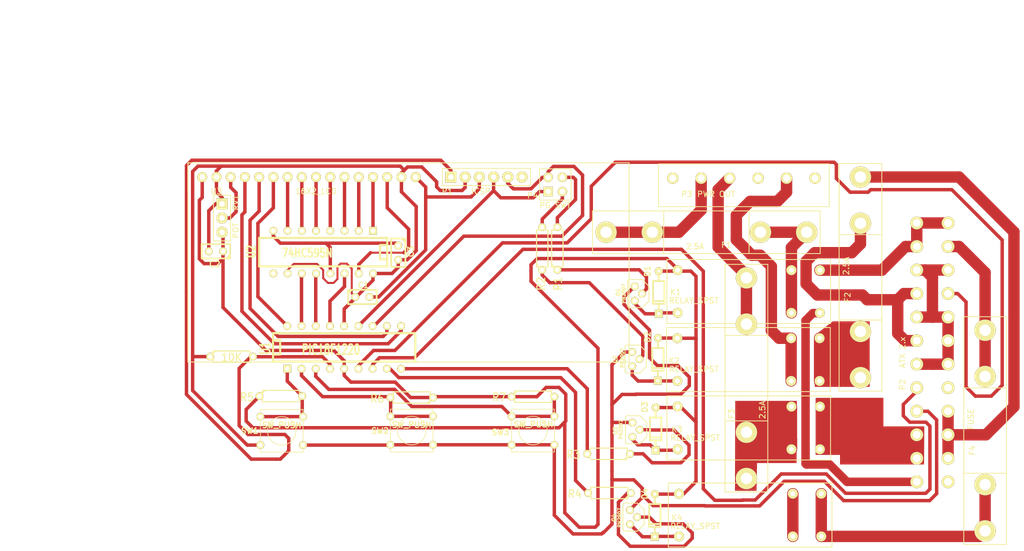
<source format=kicad_pcb>
(kicad_pcb (version 3) (host pcbnew "(2013-07-07 BZR 4022)-stable")

  (general
    (links 135)
    (no_connects 11)
    (area 0 0 0 0)
    (thickness 1.6)
    (drawings 8)
    (tracks 497)
    (zones 0)
    (modules 38)
    (nets 50)
  )

  (page USLetter portrait)
  (layers
    (15 F.Cu signal)
    (0 B.Cu signal)
    (16 B.Adhes user)
    (17 F.Adhes user)
    (18 B.Paste user)
    (19 F.Paste user)
    (20 B.SilkS user)
    (21 F.SilkS user)
    (22 B.Mask user)
    (23 F.Mask user)
    (24 Dwgs.User user)
    (25 Cmts.User user)
    (26 Eco1.User user)
    (27 Eco2.User user)
    (28 Edge.Cuts user)
  )

  (setup
    (last_trace_width 0.6096)
    (user_trace_width 0.3556)
    (user_trace_width 0.508)
    (user_trace_width 0.6096)
    (user_trace_width 0.762)
    (user_trace_width 1.524)
    (user_trace_width 1.778)
    (user_trace_width 2.032)
    (user_trace_width 2.54)
    (trace_clearance 0.3556)
    (zone_clearance 0)
    (zone_45_only no)
    (trace_min 0.2032)
    (segment_width 0.2)
    (edge_width 0.1)
    (via_size 0.889)
    (via_drill 0.635)
    (via_min_size 0.889)
    (via_min_drill 0.508)
    (uvia_size 0.508)
    (uvia_drill 0.127)
    (uvias_allowed no)
    (uvia_min_size 0.508)
    (uvia_min_drill 0.127)
    (pcb_text_width 0.3)
    (pcb_text_size 1.5 1.5)
    (mod_edge_width 0.15)
    (mod_text_size 1 1)
    (mod_text_width 0.15)
    (pad_size 1.7 1.7)
    (pad_drill 1)
    (pad_to_mask_clearance 0)
    (aux_axis_origin 0 0)
    (visible_elements 7FFFFFFF)
    (pcbplotparams
      (layerselection 3178497)
      (usegerberextensions true)
      (excludeedgelayer true)
      (linewidth 0.150000)
      (plotframeref false)
      (viasonmask false)
      (mode 1)
      (useauxorigin false)
      (hpglpennumber 1)
      (hpglpenspeed 20)
      (hpglpendiameter 15)
      (hpglpenoverlay 2)
      (psnegative false)
      (psa4output false)
      (plotreference true)
      (plotvalue true)
      (plotothertext true)
      (plotinvisibletext false)
      (padsonsilk false)
      (subtractmaskfromsilk false)
      (outputformat 1)
      (mirror false)
      (drillshape 0)
      (scaleselection 1)
      (outputdirectory "C:/Users/OPTIPLEX  960/Documents/Electronics/Projects/CPU Power Supply Mod/PCB Gerbers/"))
  )

  (net 0 "")
  (net 1 +12V)
  (net 2 +3.3V)
  (net 3 +5V)
  (net 4 +5VA)
  (net 5 -12V)
  (net 6 /ON1)
  (net 7 /ON2)
  (net 8 /ON3)
  (net 9 /ON4)
  (net 10 /PG)
  (net 11 /PGC)
  (net 12 /PGD)
  (net 13 /PN)
  (net 14 /SW1)
  (net 15 /SW2)
  (net 16 /SW3)
  (net 17 GND)
  (net 18 N-0000010)
  (net 19 N-0000011)
  (net 20 N-0000012)
  (net 21 N-0000013)
  (net 22 N-0000014)
  (net 23 N-0000019)
  (net 24 N-000002)
  (net 25 N-0000020)
  (net 26 N-0000021)
  (net 27 N-0000022)
  (net 28 N-0000023)
  (net 29 N-0000024)
  (net 30 N-000003)
  (net 31 N-0000031)
  (net 32 N-0000032)
  (net 33 N-0000036)
  (net 34 N-0000037)
  (net 35 N-0000038)
  (net 36 N-0000039)
  (net 37 N-0000040)
  (net 38 N-0000041)
  (net 39 N-0000042)
  (net 40 N-0000043)
  (net 41 N-0000044)
  (net 42 N-0000045)
  (net 43 N-0000046)
  (net 44 N-0000047)
  (net 45 N-0000048)
  (net 46 N-0000049)
  (net 47 N-000007)
  (net 48 N-000008)
  (net 49 N-000009)

  (net_class Default "This is the default net class."
    (clearance 0.3556)
    (trace_width 0.2032)
    (via_dia 0.889)
    (via_drill 0.635)
    (uvia_dia 0.508)
    (uvia_drill 0.127)
    (add_net "")
    (add_net +12V)
    (add_net +3.3V)
    (add_net +5V)
    (add_net +5VA)
    (add_net -12V)
    (add_net /ON1)
    (add_net /ON2)
    (add_net /ON3)
    (add_net /ON4)
    (add_net /PG)
    (add_net /PGC)
    (add_net /PGD)
    (add_net /PN)
    (add_net /SW1)
    (add_net /SW2)
    (add_net /SW3)
    (add_net GND)
    (add_net N-0000010)
    (add_net N-0000011)
    (add_net N-0000012)
    (add_net N-0000013)
    (add_net N-0000014)
    (add_net N-0000019)
    (add_net N-000002)
    (add_net N-0000020)
    (add_net N-0000021)
    (add_net N-0000022)
    (add_net N-0000023)
    (add_net N-0000024)
    (add_net N-000003)
    (add_net N-0000031)
    (add_net N-0000032)
    (add_net N-0000036)
    (add_net N-0000037)
    (add_net N-0000038)
    (add_net N-0000039)
    (add_net N-0000040)
    (add_net N-0000041)
    (add_net N-0000042)
    (add_net N-0000043)
    (add_net N-0000044)
    (add_net N-0000045)
    (add_net N-0000046)
    (add_net N-0000047)
    (add_net N-0000048)
    (add_net N-0000049)
    (add_net N-000007)
    (add_net N-000008)
    (add_net N-000009)
  )

  (module RELAY_SPST (layer F.Cu) (tedit 560086BF) (tstamp 55FDB145)
    (at 138.35 165.55 270)
    (path /55FDA11A)
    (fp_text reference K4 (at -0.8 15.6 360) (layer F.SilkS)
      (effects (font (size 1 1) (thickness 0.15)))
    )
    (fp_text value RELAY_SPST (at 0.7 12.35 360) (layer F.SilkS)
      (effects (font (size 1 1) (thickness 0.15)))
    )
    (fp_line (start -6.985 -12.065) (end -6.985 17.145) (layer F.SilkS) (width 0.15))
    (fp_line (start -6.985 17.145) (end 4.445 17.145) (layer F.SilkS) (width 0.15))
    (fp_line (start 4.445 17.145) (end 4.445 -12.065) (layer F.SilkS) (width 0.15))
    (fp_line (start 4.445 -12.065) (end -6.985 -12.065) (layer F.SilkS) (width 0.15))
    (pad 3 thru_hole circle (at -5.08 15.24 270) (size 1.778 1.778) (drill 0.889)
      (layers *.Cu *.Mask F.SilkS)
      (net 17 GND)
    )
    (pad 4 thru_hole circle (at 2.54 15.24 270) (size 1.778 1.778) (drill 0.889)
      (layers *.Cu *.Mask F.SilkS)
      (net 37 N-0000040)
    )
    (pad 1 thru_hole circle (at 2.54 -5.08 270) (size 1.778 1.778) (drill 0.889)
      (layers *.Cu *.Mask F.SilkS)
      (net 38 N-0000041)
    )
    (pad 1 thru_hole circle (at -5.08 -5.08 270) (size 1.778 1.778) (drill 0.889)
      (layers *.Cu *.Mask F.SilkS)
      (net 38 N-0000041)
    )
    (pad 2 thru_hole circle (at -5.08 -10.16 270) (size 1.778 1.778) (drill 0.889)
      (layers *.Cu *.Mask F.SilkS)
      (net 36 N-0000039)
    )
    (pad 2 thru_hole circle (at 2.54 -10.16 270) (size 1.778 1.778) (drill 0.889)
      (layers *.Cu *.Mask F.SilkS)
      (net 36 N-0000039)
    )
  )

  (module RELAY_SPST (layer F.Cu) (tedit 560086C2) (tstamp 55FDB153)
    (at 138.1 150 270)
    (path /55FDA0F6)
    (fp_text reference K3 (at -1 15.35 360) (layer F.SilkS)
      (effects (font (size 1 1) (thickness 0.15)))
    )
    (fp_text value RELAY_SPST (at 0.5 12.1 360) (layer F.SilkS)
      (effects (font (size 1 1) (thickness 0.15)))
    )
    (fp_line (start -6.985 -12.065) (end -6.985 17.145) (layer F.SilkS) (width 0.15))
    (fp_line (start -6.985 17.145) (end 4.445 17.145) (layer F.SilkS) (width 0.15))
    (fp_line (start 4.445 17.145) (end 4.445 -12.065) (layer F.SilkS) (width 0.15))
    (fp_line (start 4.445 -12.065) (end -6.985 -12.065) (layer F.SilkS) (width 0.15))
    (pad 3 thru_hole circle (at -5.08 15.24 270) (size 1.778 1.778) (drill 0.889)
      (layers *.Cu *.Mask F.SilkS)
      (net 17 GND)
    )
    (pad 4 thru_hole circle (at 2.54 15.24 270) (size 1.778 1.778) (drill 0.889)
      (layers *.Cu *.Mask F.SilkS)
      (net 35 N-0000038)
    )
    (pad 1 thru_hole circle (at 2.54 -5.08 270) (size 1.778 1.778) (drill 0.889)
      (layers *.Cu *.Mask F.SilkS)
      (net 46 N-0000049)
    )
    (pad 1 thru_hole circle (at -5.08 -5.08 270) (size 1.778 1.778) (drill 0.889)
      (layers *.Cu *.Mask F.SilkS)
      (net 46 N-0000049)
    )
    (pad 2 thru_hole circle (at -5.08 -10.16 270) (size 1.778 1.778) (drill 0.889)
      (layers *.Cu *.Mask F.SilkS)
      (net 1 +12V)
    )
    (pad 2 thru_hole circle (at 2.54 -10.16 270) (size 1.778 1.778) (drill 0.889)
      (layers *.Cu *.Mask F.SilkS)
      (net 1 +12V)
    )
  )

  (module RELAY_SPST (layer F.Cu) (tedit 560086DE) (tstamp 55FDB161)
    (at 138.05 137.8 270)
    (path /55FDA0D2)
    (fp_text reference K2 (at -1.05 15.8 360) (layer F.SilkS)
      (effects (font (size 1 1) (thickness 0.15)))
    )
    (fp_text value RELAY_SPST (at 0.45 12.3 360) (layer F.SilkS)
      (effects (font (size 1 1) (thickness 0.15)))
    )
    (fp_line (start 4.445 -12.065) (end 4.445 17.145) (layer F.SilkS) (width 0.15))
    (fp_line (start 4.445 17.145) (end -6.985 17.145) (layer F.SilkS) (width 0.15))
    (fp_line (start -6.985 17.145) (end -6.985 -12.065) (layer F.SilkS) (width 0.15))
    (fp_line (start 4.445 -12.065) (end -6.985 -12.065) (layer F.SilkS) (width 0.15))
    (pad 3 thru_hole circle (at -5.08 15.24 270) (size 1.778 1.778) (drill 0.889)
      (layers *.Cu *.Mask F.SilkS)
      (net 17 GND)
    )
    (pad 4 thru_hole circle (at 2.54 15.24 270) (size 1.778 1.778) (drill 0.889)
      (layers *.Cu *.Mask F.SilkS)
      (net 39 N-0000042)
    )
    (pad 1 thru_hole circle (at 2.54 -5.08 270) (size 1.778 1.778) (drill 0.889)
      (layers *.Cu *.Mask F.SilkS)
      (net 45 N-0000048)
    )
    (pad 1 thru_hole circle (at -5.08 -5.08 270) (size 1.778 1.778) (drill 0.889)
      (layers *.Cu *.Mask F.SilkS)
      (net 45 N-0000048)
    )
    (pad 2 thru_hole circle (at -5.08 -10.16 270) (size 1.778 1.778) (drill 0.889)
      (layers *.Cu *.Mask F.SilkS)
      (net 32 N-0000032)
    )
    (pad 2 thru_hole circle (at 2.54 -10.16 270) (size 1.778 1.778) (drill 0.889)
      (layers *.Cu *.Mask F.SilkS)
      (net 32 N-0000032)
    )
  )

  (module RELAY_SPST (layer F.Cu) (tedit 560086E4) (tstamp 55FDB113)
    (at 138.1 125.65 270)
    (path /55FD9741)
    (fp_text reference K1 (at -1.15 15.6 360) (layer F.SilkS)
      (effects (font (size 1 1) (thickness 0.15)))
    )
    (fp_text value RELAY_SPST (at 0.35 12.35 360) (layer F.SilkS)
      (effects (font (size 1 1) (thickness 0.15)))
    )
    (fp_line (start -6.985 17.145) (end -6.985 -12.065) (layer F.SilkS) (width 0.15))
    (fp_line (start 4.445 -12.065) (end 4.445 17.145) (layer F.SilkS) (width 0.15))
    (fp_line (start -6.985 17.145) (end 4.445 17.145) (layer F.SilkS) (width 0.15))
    (fp_line (start 4.445 -12.065) (end -6.985 -12.065) (layer F.SilkS) (width 0.15))
    (pad 3 thru_hole circle (at -5.08 15.24 270) (size 1.778 1.778) (drill 0.889)
      (layers *.Cu *.Mask F.SilkS)
      (net 17 GND)
    )
    (pad 4 thru_hole circle (at 2.54 15.24 270) (size 1.778 1.778) (drill 0.889)
      (layers *.Cu *.Mask F.SilkS)
      (net 40 N-0000043)
    )
    (pad 1 thru_hole circle (at 2.54 -5.08 270) (size 1.778 1.778) (drill 0.889)
      (layers *.Cu *.Mask F.SilkS)
      (net 44 N-0000047)
    )
    (pad 1 thru_hole circle (at -5.08 -5.08 270) (size 1.778 1.778) (drill 0.889)
      (layers *.Cu *.Mask F.SilkS)
      (net 44 N-0000047)
    )
    (pad 2 thru_hole circle (at -5.08 -10.16 270) (size 1.778 1.778) (drill 0.889)
      (layers *.Cu *.Mask F.SilkS)
      (net 2 +3.3V)
    )
    (pad 2 thru_hole circle (at 2.54 -10.16 270) (size 1.778 1.778) (drill 0.889)
      (layers *.Cu *.Mask F.SilkS)
      (net 2 +3.3V)
    )
  )

  (module CON_2x2 (layer F.Cu) (tedit 56008750) (tstamp 55FDB3B2)
    (at 102.3 104)
    (path /55FDC0CC)
    (fp_text reference P4 (at -5.3 3.25) (layer F.SilkS)
      (effects (font (size 1 1) (thickness 0.15)))
    )
    (fp_text value "PG SWT" (at -1.3 5) (layer F.SilkS)
      (effects (font (size 1 1) (thickness 0.15)))
    )
    (fp_line (start -4.064 -1.524) (end 1.524 -1.524) (layer F.SilkS) (width 0.15))
    (fp_line (start 1.524 -1.524) (end 1.524 4.064) (layer F.SilkS) (width 0.15))
    (fp_line (start 1.524 4.064) (end -4.064 4.064) (layer F.SilkS) (width 0.15))
    (fp_line (start -4.064 4.064) (end -4.064 -1.524) (layer F.SilkS) (width 0.15))
    (pad 1 thru_hole rect (at -2.54 2.54) (size 1.7 1.7) (drill 1)
      (layers *.Cu *.Mask F.SilkS)
      (net 12 /PGD)
    )
    (pad 4 thru_hole circle (at 0 2.54) (size 1.7 1.7) (drill 1)
      (layers *.Cu *.Mask F.SilkS)
      (net 33 N-0000036)
    )
    (pad 3 thru_hole circle (at -2.54 0) (size 1.7 1.7) (drill 1)
      (layers *.Cu *.Mask F.SilkS)
      (net 11 /PGC)
    )
    (pad 2 thru_hole circle (at 0 0) (size 1.7 1.7) (drill 1)
      (layers *.Cu *.Mask F.SilkS)
      (net 34 N-0000037)
    )
  )

  (module 1602A_LCD (layer F.Cu) (tedit 55FDA888) (tstamp 55FDC406)
    (at 65.95 103.95)
    (path /55FD6078)
    (fp_text reference U3 (at -25.4 2.54) (layer F.SilkS)
      (effects (font (size 1 1) (thickness 0.15)))
    )
    (fp_text value 16X2_LCD (at -7.62 2.54) (layer F.SilkS)
      (effects (font (size 1 1) (thickness 0.15)))
    )
    (fp_line (start -30.48 33.02) (end -30.48 -2.54) (layer F.SilkS) (width 0.15))
    (fp_line (start -30.48 -2.54) (end -30.48 2.54) (layer F.SilkS) (width 0.15))
    (fp_line (start 48.26 -2.54) (end 48.26 33.02) (layer F.SilkS) (width 0.15))
    (fp_line (start 48.26 33.02) (end -30.48 33.02) (layer F.SilkS) (width 0.15))
    (fp_line (start -30.48 -2.54) (end 48.26 -2.54) (layer F.SilkS) (width 0.15))
    (pad 1 thru_hole circle (at -27.94 0) (size 1.778 1.778) (drill 1.016)
      (layers *.Cu *.Mask F.SilkS)
      (net 17 GND)
    )
    (pad 2 thru_hole circle (at -25.4 0) (size 1.778 1.778) (drill 1.016)
      (layers *.Cu *.Mask F.SilkS)
      (net 4 +5VA)
    )
    (pad 3 thru_hole circle (at -22.86 0) (size 1.778 1.778) (drill 1.016)
      (layers *.Cu *.Mask F.SilkS)
      (net 30 N-000003)
    )
    (pad 4 thru_hole circle (at -20.32 0) (size 1.778 1.778) (drill 1.016)
      (layers *.Cu *.Mask F.SilkS)
      (net 25 N-0000020)
    )
    (pad 5 thru_hole circle (at -17.78 0) (size 1.778 1.778) (drill 1.016)
      (layers *.Cu *.Mask F.SilkS)
      (net 26 N-0000021)
    )
    (pad 6 thru_hole circle (at -15.24 0) (size 1.778 1.778) (drill 1.016)
      (layers *.Cu *.Mask F.SilkS)
      (net 23 N-0000019)
    )
    (pad 7 thru_hole circle (at -12.7 0) (size 1.778 1.778) (drill 1.016)
      (layers *.Cu *.Mask F.SilkS)
      (net 22 N-0000014)
    )
    (pad 8 thru_hole circle (at -10.16 0) (size 1.778 1.778) (drill 1.016)
      (layers *.Cu *.Mask F.SilkS)
      (net 21 N-0000013)
    )
    (pad 9 thru_hole circle (at -7.62 0) (size 1.778 1.778) (drill 1.016)
      (layers *.Cu *.Mask F.SilkS)
      (net 20 N-0000012)
    )
    (pad 10 thru_hole circle (at -5.08 0) (size 1.778 1.778) (drill 1.016)
      (layers *.Cu *.Mask F.SilkS)
      (net 19 N-0000011)
    )
    (pad 11 thru_hole circle (at -2.54 0) (size 1.778 1.778) (drill 1.016)
      (layers *.Cu *.Mask F.SilkS)
      (net 18 N-0000010)
    )
    (pad 12 thru_hole circle (at 0 0) (size 1.778 1.778) (drill 1.016)
      (layers *.Cu *.Mask F.SilkS)
      (net 49 N-000009)
    )
    (pad 13 thru_hole circle (at 2.54 0) (size 1.778 1.778) (drill 1.016)
      (layers *.Cu *.Mask F.SilkS)
      (net 48 N-000008)
    )
    (pad 14 thru_hole circle (at 5.08 0) (size 1.778 1.778) (drill 1.016)
      (layers *.Cu *.Mask F.SilkS)
      (net 47 N-000007)
    )
    (pad 15 thru_hole circle (at 7.62 0) (size 1.778 1.778) (drill 1.016)
      (layers *.Cu *.Mask F.SilkS)
      (net 4 +5VA)
    )
    (pad 16 thru_hole circle (at 10.16 0) (size 1.778 1.778) (drill 1.016)
      (layers *.Cu *.Mask F.SilkS)
      (net 17 GND)
    )
  )

  (module FUSE (layer F.Cu) (tedit 55FDB58B) (tstamp 55FDB1E1)
    (at 155.5 121.85 90)
    (path /55FDA3E6)
    (fp_text reference F2 (at -3.556 -2.286 90) (layer F.SilkS)
      (effects (font (size 1 1) (thickness 0.15)))
    )
    (fp_text value 2.5A (at 2.032 -2.54 90) (layer F.SilkS)
      (effects (font (size 1 1) (thickness 0.15)))
    )
    (fp_line (start 7.62 3.81) (end 7.62 -3.81) (layer F.SilkS) (width 0.15))
    (fp_line (start -7.62 -3.81) (end -7.62 3.81) (layer F.SilkS) (width 0.15))
    (fp_line (start 20.32 -3.81) (end 6.35 -3.81) (layer F.SilkS) (width 0.15))
    (fp_line (start 20.32 -3.81) (end 20.32 3.81) (layer F.SilkS) (width 0.15))
    (fp_line (start 20.32 3.81) (end -20.32 3.81) (layer F.SilkS) (width 0.15))
    (fp_line (start -20.32 3.81) (end -20.32 -3.81) (layer F.SilkS) (width 0.15))
    (fp_line (start -20.32 -3.81) (end 6.35 -3.81) (layer F.SilkS) (width 0.15))
    (pad 1 thru_hole circle (at 9.652 0 90) (size 3.81 3.81) (drill 2.032)
      (layers *.Cu *.Mask F.SilkS)
      (net 3 +5V)
    )
    (pad 2 thru_hole circle (at -9.652 0 90) (size 3.81 3.81) (drill 2.032)
      (layers *.Cu *.Mask F.SilkS)
      (net 32 N-0000032)
    )
    (pad 1 thru_hole circle (at 17.907 0 90) (size 3.81 3.81) (drill 2.032)
      (layers *.Cu *.Mask F.SilkS)
      (net 3 +5V)
    )
    (pad 2 thru_hole circle (at -17.907 0 90) (size 3.81 3.81) (drill 2.032)
      (layers *.Cu *.Mask F.SilkS)
      (net 32 N-0000032)
    )
  )

  (module FUSE (layer F.Cu) (tedit 55FDB579) (tstamp 55FDB1D2)
    (at 128 113.8 180)
    (path /55FDA3D9)
    (fp_text reference F1 (at -3.556 -2.286 180) (layer F.SilkS)
      (effects (font (size 1 1) (thickness 0.15)))
    )
    (fp_text value 2.5A (at 2.032 -2.54 180) (layer F.SilkS)
      (effects (font (size 1 1) (thickness 0.15)))
    )
    (fp_line (start 7.62 3.81) (end 7.62 -3.81) (layer F.SilkS) (width 0.15))
    (fp_line (start -7.62 -3.81) (end -7.62 3.81) (layer F.SilkS) (width 0.15))
    (fp_line (start 20.32 -3.81) (end 6.35 -3.81) (layer F.SilkS) (width 0.15))
    (fp_line (start 20.32 -3.81) (end 20.32 3.81) (layer F.SilkS) (width 0.15))
    (fp_line (start 20.32 3.81) (end -20.32 3.81) (layer F.SilkS) (width 0.15))
    (fp_line (start -20.32 3.81) (end -20.32 -3.81) (layer F.SilkS) (width 0.15))
    (fp_line (start -20.32 -3.81) (end 6.35 -3.81) (layer F.SilkS) (width 0.15))
    (pad 1 thru_hole circle (at 9.652 0 180) (size 3.81 3.81) (drill 2.032)
      (layers *.Cu *.Mask F.SilkS)
      (net 41 N-0000044)
    )
    (pad 2 thru_hole circle (at -9.652 0 180) (size 3.81 3.81) (drill 2.032)
      (layers *.Cu *.Mask F.SilkS)
      (net 44 N-0000047)
    )
    (pad 1 thru_hole circle (at 17.907 0 180) (size 3.81 3.81) (drill 2.032)
      (layers *.Cu *.Mask F.SilkS)
      (net 41 N-0000044)
    )
    (pad 2 thru_hole circle (at -17.907 0 180) (size 3.81 3.81) (drill 2.032)
      (layers *.Cu *.Mask F.SilkS)
      (net 44 N-0000047)
    )
  )

  (module FUSE (layer F.Cu) (tedit 560086C9) (tstamp 55FDB1F0)
    (at 135.15 139.85 90)
    (path /55FDA3EC)
    (fp_text reference F3 (at -6.4 -2.65 90) (layer F.SilkS)
      (effects (font (size 1 1) (thickness 0.15)))
    )
    (fp_text value 2.5A (at -5.65 2.85 90) (layer F.SilkS)
      (effects (font (size 1 1) (thickness 0.15)))
    )
    (fp_line (start 7.62 3.81) (end 7.62 -3.81) (layer F.SilkS) (width 0.15))
    (fp_line (start -7.62 -3.81) (end -7.62 3.81) (layer F.SilkS) (width 0.15))
    (fp_line (start 20.32 -3.81) (end 6.35 -3.81) (layer F.SilkS) (width 0.15))
    (fp_line (start 20.32 -3.81) (end 20.32 3.81) (layer F.SilkS) (width 0.15))
    (fp_line (start 20.32 3.81) (end -20.32 3.81) (layer F.SilkS) (width 0.15))
    (fp_line (start -20.32 3.81) (end -20.32 -3.81) (layer F.SilkS) (width 0.15))
    (fp_line (start -20.32 -3.81) (end 6.35 -3.81) (layer F.SilkS) (width 0.15))
    (pad 1 thru_hole circle (at 9.652 0 90) (size 3.81 3.81) (drill 2.032)
      (layers *.Cu *.Mask F.SilkS)
      (net 31 N-0000031)
    )
    (pad 2 thru_hole circle (at -9.652 0 90) (size 3.81 3.81) (drill 2.032)
      (layers *.Cu *.Mask F.SilkS)
      (net 46 N-0000049)
    )
    (pad 1 thru_hole circle (at 17.907 0 90) (size 3.81 3.81) (drill 2.032)
      (layers *.Cu *.Mask F.SilkS)
      (net 31 N-0000031)
    )
    (pad 2 thru_hole circle (at -17.907 0 90) (size 3.81 3.81) (drill 2.032)
      (layers *.Cu *.Mask F.SilkS)
      (net 46 N-0000049)
    )
  )

  (module FUSE (layer F.Cu) (tedit 55FDB3DC) (tstamp 55FDB1FF)
    (at 177.75 149.2 90)
    (path /55FDA3FC)
    (fp_text reference F4 (at -3.556 -2.286 90) (layer F.SilkS)
      (effects (font (size 1 1) (thickness 0.15)))
    )
    (fp_text value FUSE (at 2.032 -2.54 90) (layer F.SilkS)
      (effects (font (size 1 1) (thickness 0.15)))
    )
    (fp_line (start 7.62 3.81) (end 7.62 -3.81) (layer F.SilkS) (width 0.15))
    (fp_line (start -7.62 -3.81) (end -7.62 3.81) (layer F.SilkS) (width 0.15))
    (fp_line (start 20.32 -3.81) (end 6.35 -3.81) (layer F.SilkS) (width 0.15))
    (fp_line (start 20.32 -3.81) (end 20.32 3.81) (layer F.SilkS) (width 0.15))
    (fp_line (start 20.32 3.81) (end -20.32 3.81) (layer F.SilkS) (width 0.15))
    (fp_line (start -20.32 3.81) (end -20.32 -3.81) (layer F.SilkS) (width 0.15))
    (fp_line (start -20.32 -3.81) (end 6.35 -3.81) (layer F.SilkS) (width 0.15))
    (pad 1 thru_hole circle (at 9.652 0 90) (size 3.81 3.81) (drill 2.032)
      (layers *.Cu *.Mask F.SilkS)
      (net 5 -12V)
    )
    (pad 2 thru_hole circle (at -9.652 0 90) (size 3.81 3.81) (drill 2.032)
      (layers *.Cu *.Mask F.SilkS)
      (net 36 N-0000039)
    )
    (pad 1 thru_hole circle (at 17.907 0 90) (size 3.81 3.81) (drill 2.032)
      (layers *.Cu *.Mask F.SilkS)
      (net 5 -12V)
    )
    (pad 2 thru_hole circle (at -17.907 0 90) (size 3.81 3.81) (drill 2.032)
      (layers *.Cu *.Mask F.SilkS)
      (net 36 N-0000039)
    )
  )

  (module TO92PN (layer F.Cu) (tedit 560086FF) (tstamp 55FDB0D5)
    (at 115.45 149.05 90)
    (path /55FDA0FC)
    (fp_text reference Q3 (at -0.2 -3.7 90) (layer F.SilkS)
      (effects (font (size 0.7 0.7) (thickness 0.15)))
    )
    (fp_text value PN2907 (at 0.05 -2.7 90) (layer F.SilkS)
      (effects (font (size 0.6 0.6) (thickness 0.15)))
    )
    (fp_line (start 1.3 1.9) (end -1.3 1.9) (layer F.SilkS) (width 0.15))
    (fp_line (start -2.5 -1.7) (end -2.3 -1.9) (layer F.SilkS) (width 0.15))
    (fp_line (start -2.3 -1.9) (end 2.3 -1.9) (layer F.SilkS) (width 0.15))
    (fp_line (start 2.3 -1.9) (end 2.5 -1.7) (layer F.SilkS) (width 0.15))
    (fp_line (start 2.5 -1.7) (end 2.5 0.7) (layer F.SilkS) (width 0.15))
    (fp_line (start 2.5 0.7) (end 1.3 1.9) (layer F.SilkS) (width 0.15))
    (fp_line (start -1.3 1.9) (end -2.5 0.7) (layer F.SilkS) (width 0.15))
    (fp_line (start -2.5 0.7) (end -2.5 -1.7) (layer F.SilkS) (width 0.15))
    (pad 1 thru_hole circle (at 1.27 -0.635 90) (size 1.4 1.4) (drill 0.8)
      (layers *.Cu *.Mask F.SilkS)
      (net 4 +5VA)
    )
    (pad 2 thru_hole circle (at 0 0.635 90) (size 1.4 1.4) (drill 0.8)
      (layers *.Cu *.Mask F.SilkS)
      (net 8 /ON3)
    )
    (pad 3 thru_hole circle (at -1.27 -0.635 90) (size 1.4 1.4) (drill 0.8)
      (layers *.Cu *.Mask F.SilkS)
      (net 35 N-0000038)
    )
    (model to-xxx-packages/to92.wrl
      (at (xyz 0 0 0))
      (scale (xyz 1 1 1))
      (rotate (xyz 0 0 0))
    )
  )

  (module TO92PN (layer F.Cu) (tedit 560086FA) (tstamp 55FDB0E4)
    (at 115 164.65 90)
    (path /55FDA120)
    (fp_text reference Q4 (at -0.1 -3.5 90) (layer F.SilkS)
      (effects (font (size 0.7 0.7) (thickness 0.15)))
    )
    (fp_text value PN2907 (at -0.1 -2.5 90) (layer F.SilkS)
      (effects (font (size 0.6 0.6) (thickness 0.15)))
    )
    (fp_line (start 1.3 1.9) (end -1.3 1.9) (layer F.SilkS) (width 0.15))
    (fp_line (start -2.5 -1.7) (end -2.3 -1.9) (layer F.SilkS) (width 0.15))
    (fp_line (start -2.3 -1.9) (end 2.3 -1.9) (layer F.SilkS) (width 0.15))
    (fp_line (start 2.3 -1.9) (end 2.5 -1.7) (layer F.SilkS) (width 0.15))
    (fp_line (start 2.5 -1.7) (end 2.5 0.7) (layer F.SilkS) (width 0.15))
    (fp_line (start 2.5 0.7) (end 1.3 1.9) (layer F.SilkS) (width 0.15))
    (fp_line (start -1.3 1.9) (end -2.5 0.7) (layer F.SilkS) (width 0.15))
    (fp_line (start -2.5 0.7) (end -2.5 -1.7) (layer F.SilkS) (width 0.15))
    (pad 1 thru_hole circle (at 1.27 -0.635 90) (size 1.4 1.4) (drill 0.8)
      (layers *.Cu *.Mask F.SilkS)
      (net 4 +5VA)
    )
    (pad 2 thru_hole circle (at 0 0.635 90) (size 1.4 1.4) (drill 0.8)
      (layers *.Cu *.Mask F.SilkS)
      (net 9 /ON4)
    )
    (pad 3 thru_hole circle (at -1.27 -0.635 90) (size 1.4 1.4) (drill 0.8)
      (layers *.Cu *.Mask F.SilkS)
      (net 37 N-0000040)
    )
    (model to-xxx-packages/to92.wrl
      (at (xyz 0 0 0))
      (scale (xyz 1 1 1))
      (rotate (xyz 0 0 0))
    )
  )

  (module TO92PN (layer F.Cu) (tedit 56008705) (tstamp 55FDB0F3)
    (at 115.4 136.45 90)
    (path /55FDA0D8)
    (fp_text reference Q2 (at -0.05 -3.65 90) (layer F.SilkS)
      (effects (font (size 0.7 0.7) (thickness 0.15)))
    )
    (fp_text value PN2907 (at 0.2 -2.4 90) (layer F.SilkS)
      (effects (font (size 0.6 0.6) (thickness 0.15)))
    )
    (fp_line (start 1.3 1.9) (end -1.3 1.9) (layer F.SilkS) (width 0.15))
    (fp_line (start -2.5 -1.7) (end -2.3 -1.9) (layer F.SilkS) (width 0.15))
    (fp_line (start -2.3 -1.9) (end 2.3 -1.9) (layer F.SilkS) (width 0.15))
    (fp_line (start 2.3 -1.9) (end 2.5 -1.7) (layer F.SilkS) (width 0.15))
    (fp_line (start 2.5 -1.7) (end 2.5 0.7) (layer F.SilkS) (width 0.15))
    (fp_line (start 2.5 0.7) (end 1.3 1.9) (layer F.SilkS) (width 0.15))
    (fp_line (start -1.3 1.9) (end -2.5 0.7) (layer F.SilkS) (width 0.15))
    (fp_line (start -2.5 0.7) (end -2.5 -1.7) (layer F.SilkS) (width 0.15))
    (pad 1 thru_hole circle (at 1.27 -0.635 90) (size 1.4 1.4) (drill 0.8)
      (layers *.Cu *.Mask F.SilkS)
      (net 4 +5VA)
    )
    (pad 2 thru_hole circle (at 0 0.635 90) (size 1.4 1.4) (drill 0.8)
      (layers *.Cu *.Mask F.SilkS)
      (net 7 /ON2)
    )
    (pad 3 thru_hole circle (at -1.27 -0.635 90) (size 1.4 1.4) (drill 0.8)
      (layers *.Cu *.Mask F.SilkS)
      (net 39 N-0000042)
    )
    (model to-xxx-packages/to92.wrl
      (at (xyz 0 0 0))
      (scale (xyz 1 1 1))
      (rotate (xyz 0 0 0))
    )
  )

  (module TO92PN (layer F.Cu) (tedit 5600870B) (tstamp 55FDB102)
    (at 115.85 124.75 90)
    (path /55FD9C3D)
    (fp_text reference Q1 (at 0.25 -3.6 90) (layer F.SilkS)
      (effects (font (size 0.7 0.7) (thickness 0.15)))
    )
    (fp_text value PN2907 (at 0 -2.6 90) (layer F.SilkS)
      (effects (font (size 0.6 0.6) (thickness 0.15)))
    )
    (fp_line (start 1.3 1.9) (end -1.3 1.9) (layer F.SilkS) (width 0.15))
    (fp_line (start -2.5 -1.7) (end -2.3 -1.9) (layer F.SilkS) (width 0.15))
    (fp_line (start -2.3 -1.9) (end 2.3 -1.9) (layer F.SilkS) (width 0.15))
    (fp_line (start 2.3 -1.9) (end 2.5 -1.7) (layer F.SilkS) (width 0.15))
    (fp_line (start 2.5 -1.7) (end 2.5 0.7) (layer F.SilkS) (width 0.15))
    (fp_line (start 2.5 0.7) (end 1.3 1.9) (layer F.SilkS) (width 0.15))
    (fp_line (start -1.3 1.9) (end -2.5 0.7) (layer F.SilkS) (width 0.15))
    (fp_line (start -2.5 0.7) (end -2.5 -1.7) (layer F.SilkS) (width 0.15))
    (pad 1 thru_hole circle (at 1.27 -0.635 90) (size 1.4 1.4) (drill 0.8)
      (layers *.Cu *.Mask F.SilkS)
      (net 4 +5VA)
    )
    (pad 2 thru_hole circle (at 0 0.635 90) (size 1.4 1.4) (drill 0.8)
      (layers *.Cu *.Mask F.SilkS)
      (net 6 /ON1)
    )
    (pad 3 thru_hole circle (at -1.27 -0.635 90) (size 1.4 1.4) (drill 0.8)
      (layers *.Cu *.Mask F.SilkS)
      (net 40 N-0000043)
    )
    (model to-xxx-packages/to92.wrl
      (at (xyz 0 0 0))
      (scale (xyz 1 1 1))
      (rotate (xyz 0 0 0))
    )
  )

  (module SW_PUSH_SMALL (layer F.Cu) (tedit 560FE3E9) (tstamp 55FDB10F)
    (at 97.05 149.2 180)
    (path /55FDB36C)
    (fp_text reference SW3 (at 5.8 -0.3 180) (layer F.SilkS)
      (effects (font (size 1.016 1.016) (thickness 0.2032)))
    )
    (fp_text value SW_PUSH (at -0.1 1.1 180) (layer F.SilkS)
      (effects (font (size 1.016 1.016) (thickness 0.2032)))
    )
    (fp_circle (center 0 0) (end 0 -2.54) (layer F.SilkS) (width 0.127))
    (fp_line (start -3.81 -3.81) (end 3.81 -3.81) (layer F.SilkS) (width 0.127))
    (fp_line (start 3.81 -3.81) (end 3.81 3.81) (layer F.SilkS) (width 0.127))
    (fp_line (start 3.81 3.81) (end -3.81 3.81) (layer F.SilkS) (width 0.127))
    (fp_line (start -3.81 -3.81) (end -3.81 3.81) (layer F.SilkS) (width 0.127))
    (pad 1 thru_hole circle (at 3.81 -2.54 180) (size 1.397 1.397) (drill 0.8128)
      (layers *.Cu *.Mask F.SilkS)
      (net 4 +5VA)
    )
    (pad 2 thru_hole circle (at 3.81 2.54 180) (size 1.397 1.397) (drill 0.8128)
      (layers *.Cu *.Mask F.SilkS)
      (net 16 /SW3)
    )
    (pad 1 thru_hole circle (at -3.81 -2.54 180) (size 1.397 1.397) (drill 0.8128)
      (layers *.Cu *.Mask F.SilkS)
      (net 4 +5VA)
    )
    (pad 2 thru_hole circle (at -3.81 2.54 180) (size 1.397 1.397) (drill 0.8128)
      (layers *.Cu *.Mask F.SilkS)
      (net 16 /SW3)
    )
  )

  (module SW_PUSH_SMALL (layer F.Cu) (tedit 560FE3E6) (tstamp 55FDB11C)
    (at 75.4 149.2 180)
    (path /55FDB366)
    (fp_text reference SW2 (at 5.65 -0.05 180) (layer F.SilkS)
      (effects (font (size 1.016 1.016) (thickness 0.2032)))
    )
    (fp_text value SW_PUSH (at 0 1.016 180) (layer F.SilkS)
      (effects (font (size 1.016 1.016) (thickness 0.2032)))
    )
    (fp_circle (center 0 0) (end 0 -2.54) (layer F.SilkS) (width 0.127))
    (fp_line (start -3.81 -3.81) (end 3.81 -3.81) (layer F.SilkS) (width 0.127))
    (fp_line (start 3.81 -3.81) (end 3.81 3.81) (layer F.SilkS) (width 0.127))
    (fp_line (start 3.81 3.81) (end -3.81 3.81) (layer F.SilkS) (width 0.127))
    (fp_line (start -3.81 -3.81) (end -3.81 3.81) (layer F.SilkS) (width 0.127))
    (pad 1 thru_hole circle (at 3.81 -2.54 180) (size 1.397 1.397) (drill 0.8128)
      (layers *.Cu *.Mask F.SilkS)
      (net 4 +5VA)
    )
    (pad 2 thru_hole circle (at 3.81 2.54 180) (size 1.397 1.397) (drill 0.8128)
      (layers *.Cu *.Mask F.SilkS)
      (net 15 /SW2)
    )
    (pad 1 thru_hole circle (at -3.81 -2.54 180) (size 1.397 1.397) (drill 0.8128)
      (layers *.Cu *.Mask F.SilkS)
      (net 4 +5VA)
    )
    (pad 2 thru_hole circle (at -3.81 2.54 180) (size 1.397 1.397) (drill 0.8128)
      (layers *.Cu *.Mask F.SilkS)
      (net 15 /SW2)
    )
  )

  (module SW_PUSH_SMALL (layer F.Cu) (tedit 560FE3E4) (tstamp 55FDB129)
    (at 52.2 149.25 180)
    (path /55FDB359)
    (fp_text reference SW1 (at 5.7 0 180) (layer F.SilkS)
      (effects (font (size 1.016 1.016) (thickness 0.2032)))
    )
    (fp_text value SW_PUSH (at 0 1.016 180) (layer F.SilkS)
      (effects (font (size 1.016 1.016) (thickness 0.2032)))
    )
    (fp_circle (center 0 0) (end 0 -2.54) (layer F.SilkS) (width 0.127))
    (fp_line (start -3.81 -3.81) (end 3.81 -3.81) (layer F.SilkS) (width 0.127))
    (fp_line (start 3.81 -3.81) (end 3.81 3.81) (layer F.SilkS) (width 0.127))
    (fp_line (start 3.81 3.81) (end -3.81 3.81) (layer F.SilkS) (width 0.127))
    (fp_line (start -3.81 -3.81) (end -3.81 3.81) (layer F.SilkS) (width 0.127))
    (pad 1 thru_hole circle (at 3.81 -2.54 180) (size 1.397 1.397) (drill 0.8128)
      (layers *.Cu *.Mask F.SilkS)
      (net 4 +5VA)
    )
    (pad 2 thru_hole circle (at 3.81 2.54 180) (size 1.397 1.397) (drill 0.8128)
      (layers *.Cu *.Mask F.SilkS)
      (net 14 /SW1)
    )
    (pad 1 thru_hole circle (at -3.81 -2.54 180) (size 1.397 1.397) (drill 0.8128)
      (layers *.Cu *.Mask F.SilkS)
      (net 4 +5VA)
    )
    (pad 2 thru_hole circle (at -3.81 2.54 180) (size 1.397 1.397) (drill 0.8128)
      (layers *.Cu *.Mask F.SilkS)
      (net 14 /SW1)
    )
  )

  (module R3 (layer F.Cu) (tedit 560FE367) (tstamp 55FDB16F)
    (at 110.7 160.35 180)
    (descr "Resitance 3 pas")
    (tags R)
    (path /55FDAA8E)
    (autoplace_cost180 10)
    (fp_text reference R4 (at 6.2 -0.15 180) (layer F.SilkS)
      (effects (font (size 1.397 1.27) (thickness 0.2032)))
    )
    (fp_text value R (at 0 0.127 180) (layer F.SilkS) hide
      (effects (font (size 1.397 1.27) (thickness 0.2032)))
    )
    (fp_line (start -3.81 0) (end -3.302 0) (layer F.SilkS) (width 0.2032))
    (fp_line (start 3.81 0) (end 3.302 0) (layer F.SilkS) (width 0.2032))
    (fp_line (start 3.302 0) (end 3.302 -1.016) (layer F.SilkS) (width 0.2032))
    (fp_line (start 3.302 -1.016) (end -3.302 -1.016) (layer F.SilkS) (width 0.2032))
    (fp_line (start -3.302 -1.016) (end -3.302 1.016) (layer F.SilkS) (width 0.2032))
    (fp_line (start -3.302 1.016) (end 3.302 1.016) (layer F.SilkS) (width 0.2032))
    (fp_line (start 3.302 1.016) (end 3.302 0) (layer F.SilkS) (width 0.2032))
    (fp_line (start -3.302 -0.508) (end -2.794 -1.016) (layer F.SilkS) (width 0.2032))
    (pad 1 thru_hole circle (at -3.81 0 180) (size 1.397 1.397) (drill 0.8128)
      (layers *.Cu *.Mask F.SilkS)
      (net 9 /ON4)
    )
    (pad 2 thru_hole circle (at 3.81 0 180) (size 1.397 1.397) (drill 0.8128)
      (layers *.Cu *.Mask F.SilkS)
      (net 42 N-0000045)
    )
    (model discret/resistor.wrl
      (at (xyz 0 0 0))
      (scale (xyz 0.3 0.3 0.3))
      (rotate (xyz 0 0 0))
    )
  )

  (module R3 (layer F.Cu) (tedit 560FE3DB) (tstamp 55FDB17D)
    (at 97.05 143.15)
    (descr "Resitance 3 pas")
    (tags R)
    (path /55FDB37E)
    (autoplace_cost180 10)
    (fp_text reference R7 (at -6.05 0.1) (layer F.SilkS)
      (effects (font (size 1.397 1.27) (thickness 0.2032)))
    )
    (fp_text value R (at 0 0.127) (layer F.SilkS) hide
      (effects (font (size 1.397 1.27) (thickness 0.2032)))
    )
    (fp_line (start -3.81 0) (end -3.302 0) (layer F.SilkS) (width 0.2032))
    (fp_line (start 3.81 0) (end 3.302 0) (layer F.SilkS) (width 0.2032))
    (fp_line (start 3.302 0) (end 3.302 -1.016) (layer F.SilkS) (width 0.2032))
    (fp_line (start 3.302 -1.016) (end -3.302 -1.016) (layer F.SilkS) (width 0.2032))
    (fp_line (start -3.302 -1.016) (end -3.302 1.016) (layer F.SilkS) (width 0.2032))
    (fp_line (start -3.302 1.016) (end 3.302 1.016) (layer F.SilkS) (width 0.2032))
    (fp_line (start 3.302 1.016) (end 3.302 0) (layer F.SilkS) (width 0.2032))
    (fp_line (start -3.302 -0.508) (end -2.794 -1.016) (layer F.SilkS) (width 0.2032))
    (pad 1 thru_hole circle (at -3.81 0) (size 1.397 1.397) (drill 0.8128)
      (layers *.Cu *.Mask F.SilkS)
      (net 17 GND)
    )
    (pad 2 thru_hole circle (at 3.81 0) (size 1.397 1.397) (drill 0.8128)
      (layers *.Cu *.Mask F.SilkS)
      (net 16 /SW3)
    )
    (model discret/resistor.wrl
      (at (xyz 0 0 0))
      (scale (xyz 0.3 0.3 0.3))
      (rotate (xyz 0 0 0))
    )
  )

  (module R3 (layer F.Cu) (tedit 560FE364) (tstamp 55FDB18B)
    (at 110.55 153.35 180)
    (descr "Resitance 3 pas")
    (tags R)
    (path /55FDAA9B)
    (autoplace_cost180 10)
    (fp_text reference R3 (at 6.3 -0.15 180) (layer F.SilkS)
      (effects (font (size 1.397 1.27) (thickness 0.2032)))
    )
    (fp_text value R (at 0 0.127 180) (layer F.SilkS) hide
      (effects (font (size 1.397 1.27) (thickness 0.2032)))
    )
    (fp_line (start -3.81 0) (end -3.302 0) (layer F.SilkS) (width 0.2032))
    (fp_line (start 3.81 0) (end 3.302 0) (layer F.SilkS) (width 0.2032))
    (fp_line (start 3.302 0) (end 3.302 -1.016) (layer F.SilkS) (width 0.2032))
    (fp_line (start 3.302 -1.016) (end -3.302 -1.016) (layer F.SilkS) (width 0.2032))
    (fp_line (start -3.302 -1.016) (end -3.302 1.016) (layer F.SilkS) (width 0.2032))
    (fp_line (start -3.302 1.016) (end 3.302 1.016) (layer F.SilkS) (width 0.2032))
    (fp_line (start 3.302 1.016) (end 3.302 0) (layer F.SilkS) (width 0.2032))
    (fp_line (start -3.302 -0.508) (end -2.794 -1.016) (layer F.SilkS) (width 0.2032))
    (pad 1 thru_hole circle (at -3.81 0 180) (size 1.397 1.397) (drill 0.8128)
      (layers *.Cu *.Mask F.SilkS)
      (net 8 /ON3)
    )
    (pad 2 thru_hole circle (at 3.81 0 180) (size 1.397 1.397) (drill 0.8128)
      (layers *.Cu *.Mask F.SilkS)
      (net 43 N-0000046)
    )
    (model discret/resistor.wrl
      (at (xyz 0 0 0))
      (scale (xyz 0.3 0.3 0.3))
      (rotate (xyz 0 0 0))
    )
  )

  (module R3 (layer F.Cu) (tedit 560FE331) (tstamp 55FDB199)
    (at 98.7 116.7 90)
    (descr "Resitance 3 pas")
    (tags R)
    (path /55FDAAA1)
    (autoplace_cost180 10)
    (fp_text reference R2 (at -6.3 -0.2 90) (layer F.SilkS)
      (effects (font (size 1.397 1.27) (thickness 0.2032)))
    )
    (fp_text value R (at 0 0.127 90) (layer F.SilkS) hide
      (effects (font (size 1.397 1.27) (thickness 0.2032)))
    )
    (fp_line (start -3.81 0) (end -3.302 0) (layer F.SilkS) (width 0.2032))
    (fp_line (start 3.81 0) (end 3.302 0) (layer F.SilkS) (width 0.2032))
    (fp_line (start 3.302 0) (end 3.302 -1.016) (layer F.SilkS) (width 0.2032))
    (fp_line (start 3.302 -1.016) (end -3.302 -1.016) (layer F.SilkS) (width 0.2032))
    (fp_line (start -3.302 -1.016) (end -3.302 1.016) (layer F.SilkS) (width 0.2032))
    (fp_line (start -3.302 1.016) (end 3.302 1.016) (layer F.SilkS) (width 0.2032))
    (fp_line (start 3.302 1.016) (end 3.302 0) (layer F.SilkS) (width 0.2032))
    (fp_line (start -3.302 -0.508) (end -2.794 -1.016) (layer F.SilkS) (width 0.2032))
    (pad 1 thru_hole circle (at -3.81 0 90) (size 1.397 1.397) (drill 0.8128)
      (layers *.Cu *.Mask F.SilkS)
      (net 7 /ON2)
    )
    (pad 2 thru_hole circle (at 3.81 0 90) (size 1.397 1.397) (drill 0.8128)
      (layers *.Cu *.Mask F.SilkS)
      (net 33 N-0000036)
    )
    (model discret/resistor.wrl
      (at (xyz 0 0 0))
      (scale (xyz 0.3 0.3 0.3))
      (rotate (xyz 0 0 0))
    )
  )

  (module R3 (layer F.Cu) (tedit 560FE337) (tstamp 55FDB84C)
    (at 101.4 116.7 90)
    (descr "Resitance 3 pas")
    (tags R)
    (path /55FDAAA7)
    (autoplace_cost180 10)
    (fp_text reference R1 (at -6.3 0.1 90) (layer F.SilkS)
      (effects (font (size 1.397 1.27) (thickness 0.2032)))
    )
    (fp_text value R (at 0 0.127 90) (layer F.SilkS) hide
      (effects (font (size 1.397 1.27) (thickness 0.2032)))
    )
    (fp_line (start -3.81 0) (end -3.302 0) (layer F.SilkS) (width 0.2032))
    (fp_line (start 3.81 0) (end 3.302 0) (layer F.SilkS) (width 0.2032))
    (fp_line (start 3.302 0) (end 3.302 -1.016) (layer F.SilkS) (width 0.2032))
    (fp_line (start 3.302 -1.016) (end -3.302 -1.016) (layer F.SilkS) (width 0.2032))
    (fp_line (start -3.302 -1.016) (end -3.302 1.016) (layer F.SilkS) (width 0.2032))
    (fp_line (start -3.302 1.016) (end 3.302 1.016) (layer F.SilkS) (width 0.2032))
    (fp_line (start 3.302 1.016) (end 3.302 0) (layer F.SilkS) (width 0.2032))
    (fp_line (start -3.302 -0.508) (end -2.794 -1.016) (layer F.SilkS) (width 0.2032))
    (pad 1 thru_hole circle (at -3.81 0 90) (size 1.397 1.397) (drill 0.8128)
      (layers *.Cu *.Mask F.SilkS)
      (net 6 /ON1)
    )
    (pad 2 thru_hole circle (at 3.81 0 90) (size 1.397 1.397) (drill 0.8128)
      (layers *.Cu *.Mask F.SilkS)
      (net 34 N-0000037)
    )
    (model discret/resistor.wrl
      (at (xyz 0 0 0))
      (scale (xyz 0.3 0.3 0.3))
      (rotate (xyz 0 0 0))
    )
  )

  (module R3 (layer F.Cu) (tedit 560FE3DF) (tstamp 55FDB1B5)
    (at 52.05 143.05)
    (descr "Resitance 3 pas")
    (tags R)
    (path /55FDB372)
    (autoplace_cost180 10)
    (fp_text reference R5 (at -6.05 0.2) (layer F.SilkS)
      (effects (font (size 1.397 1.27) (thickness 0.2032)))
    )
    (fp_text value R (at 0 0.127) (layer F.SilkS) hide
      (effects (font (size 1.397 1.27) (thickness 0.2032)))
    )
    (fp_line (start -3.81 0) (end -3.302 0) (layer F.SilkS) (width 0.2032))
    (fp_line (start 3.81 0) (end 3.302 0) (layer F.SilkS) (width 0.2032))
    (fp_line (start 3.302 0) (end 3.302 -1.016) (layer F.SilkS) (width 0.2032))
    (fp_line (start 3.302 -1.016) (end -3.302 -1.016) (layer F.SilkS) (width 0.2032))
    (fp_line (start -3.302 -1.016) (end -3.302 1.016) (layer F.SilkS) (width 0.2032))
    (fp_line (start -3.302 1.016) (end 3.302 1.016) (layer F.SilkS) (width 0.2032))
    (fp_line (start 3.302 1.016) (end 3.302 0) (layer F.SilkS) (width 0.2032))
    (fp_line (start -3.302 -0.508) (end -2.794 -1.016) (layer F.SilkS) (width 0.2032))
    (pad 1 thru_hole circle (at -3.81 0) (size 1.397 1.397) (drill 0.8128)
      (layers *.Cu *.Mask F.SilkS)
      (net 17 GND)
    )
    (pad 2 thru_hole circle (at 3.81 0) (size 1.397 1.397) (drill 0.8128)
      (layers *.Cu *.Mask F.SilkS)
      (net 14 /SW1)
    )
    (model discret/resistor.wrl
      (at (xyz 0 0 0))
      (scale (xyz 0.3 0.3 0.3))
      (rotate (xyz 0 0 0))
    )
  )

  (module R3 (layer F.Cu) (tedit 560FE3D7) (tstamp 55FDB1C3)
    (at 75.4 143.3 180)
    (descr "Resitance 3 pas")
    (tags R)
    (path /55FDB378)
    (autoplace_cost180 10)
    (fp_text reference R6 (at 6.15 -0.2 180) (layer F.SilkS)
      (effects (font (size 1.397 1.27) (thickness 0.2032)))
    )
    (fp_text value R (at -0.1 0.05 180) (layer F.SilkS) hide
      (effects (font (size 1.397 1.27) (thickness 0.2032)))
    )
    (fp_line (start -3.81 0) (end -3.302 0) (layer F.SilkS) (width 0.2032))
    (fp_line (start 3.81 0) (end 3.302 0) (layer F.SilkS) (width 0.2032))
    (fp_line (start 3.302 0) (end 3.302 -1.016) (layer F.SilkS) (width 0.2032))
    (fp_line (start 3.302 -1.016) (end -3.302 -1.016) (layer F.SilkS) (width 0.2032))
    (fp_line (start -3.302 -1.016) (end -3.302 1.016) (layer F.SilkS) (width 0.2032))
    (fp_line (start -3.302 1.016) (end 3.302 1.016) (layer F.SilkS) (width 0.2032))
    (fp_line (start 3.302 1.016) (end 3.302 0) (layer F.SilkS) (width 0.2032))
    (fp_line (start -3.302 -0.508) (end -2.794 -1.016) (layer F.SilkS) (width 0.2032))
    (pad 1 thru_hole circle (at -3.81 0 180) (size 1.397 1.397) (drill 0.8128)
      (layers *.Cu *.Mask F.SilkS)
      (net 17 GND)
    )
    (pad 2 thru_hole circle (at 3.81 0 180) (size 1.397 1.397) (drill 0.8128)
      (layers *.Cu *.Mask F.SilkS)
      (net 15 /SW2)
    )
    (model discret/resistor.wrl
      (at (xyz 0 0 0))
      (scale (xyz 0.3 0.3 0.3))
      (rotate (xyz 0 0 0))
    )
  )

  (module DO-35 (layer F.Cu) (tedit 5600873B) (tstamp 55FDB20C)
    (at 119.35 136.5 270)
    (descr "Diode 3 pas")
    (tags "DIODE DEV")
    (path /55FDA0DE)
    (fp_text reference D2 (at -4 1.85 270) (layer F.SilkS)
      (effects (font (size 1.016 1.016) (thickness 0.2032)))
    )
    (fp_text value DIODE (at 0 0.3 270) (layer F.SilkS) hide
      (effects (font (size 1.016 1.016) (thickness 0.2032)))
    )
    (fp_line (start 2.032 0) (end 3.81 0) (layer F.SilkS) (width 0.3175))
    (fp_line (start -2.032 0) (end -3.81 0) (layer F.SilkS) (width 0.3175))
    (fp_line (start 1.524 -1.016) (end 1.524 1.016) (layer F.SilkS) (width 0.3175))
    (fp_line (start -2.032 -1.016) (end -2.032 1.016) (layer F.SilkS) (width 0.3175))
    (fp_line (start -2.032 1.016) (end 2.032 1.016) (layer F.SilkS) (width 0.3175))
    (fp_line (start 2.032 1.016) (end 2.032 -1.016) (layer F.SilkS) (width 0.3175))
    (fp_line (start 2.032 -1.016) (end -2.032 -1.016) (layer F.SilkS) (width 0.3175))
    (pad 2 thru_hole rect (at 3.81 0 270) (size 1.4224 1.4224) (drill 0.6096)
      (layers *.Cu *.Mask F.SilkS)
      (net 39 N-0000042)
    )
    (pad 1 thru_hole circle (at -3.81 0 270) (size 1.4224 1.4224) (drill 0.6096)
      (layers *.Cu *.Mask F.SilkS)
      (net 17 GND)
    )
    (model discret/diode.wrl
      (at (xyz 0 0 0))
      (scale (xyz 0.3 0.3 0.3))
      (rotate (xyz 0 0 0))
    )
  )

  (module DO-35 (layer F.Cu) (tedit 56008735) (tstamp 55FDB8D0)
    (at 118.8 164.35 270)
    (descr "Diode 3 pas")
    (tags "DIODE DEV")
    (path /55FDA126)
    (fp_text reference D4 (at -3.85 1.8 270) (layer F.SilkS)
      (effects (font (size 1.016 1.016) (thickness 0.2032)))
    )
    (fp_text value DIODE (at 0 0 270) (layer F.SilkS) hide
      (effects (font (size 1.016 1.016) (thickness 0.2032)))
    )
    (fp_line (start 2.032 0) (end 3.81 0) (layer F.SilkS) (width 0.3175))
    (fp_line (start -2.032 0) (end -3.81 0) (layer F.SilkS) (width 0.3175))
    (fp_line (start 1.524 -1.016) (end 1.524 1.016) (layer F.SilkS) (width 0.3175))
    (fp_line (start -2.032 -1.016) (end -2.032 1.016) (layer F.SilkS) (width 0.3175))
    (fp_line (start -2.032 1.016) (end 2.032 1.016) (layer F.SilkS) (width 0.3175))
    (fp_line (start 2.032 1.016) (end 2.032 -1.016) (layer F.SilkS) (width 0.3175))
    (fp_line (start 2.032 -1.016) (end -2.032 -1.016) (layer F.SilkS) (width 0.3175))
    (pad 2 thru_hole rect (at 3.81 0 270) (size 1.4224 1.4224) (drill 0.6096)
      (layers *.Cu *.Mask F.SilkS)
      (net 37 N-0000040)
    )
    (pad 1 thru_hole circle (at -3.81 0 270) (size 1.4224 1.4224) (drill 0.6096)
      (layers *.Cu *.Mask F.SilkS)
      (net 17 GND)
    )
    (model discret/diode.wrl
      (at (xyz 0 0 0))
      (scale (xyz 0.3 0.3 0.3))
      (rotate (xyz 0 0 0))
    )
  )

  (module DO-35 (layer F.Cu) (tedit 5600873E) (tstamp 55FDB226)
    (at 119.5 124.55 270)
    (descr "Diode 3 pas")
    (tags "DIODE DEV")
    (path /55FD9DFF)
    (fp_text reference D1 (at -3.8 2 270) (layer F.SilkS)
      (effects (font (size 1.016 1.016) (thickness 0.2032)))
    )
    (fp_text value DIODE (at 0 0 270) (layer F.SilkS) hide
      (effects (font (size 1.016 1.016) (thickness 0.2032)))
    )
    (fp_line (start 2.032 0) (end 3.81 0) (layer F.SilkS) (width 0.3175))
    (fp_line (start -2.032 0) (end -3.81 0) (layer F.SilkS) (width 0.3175))
    (fp_line (start 1.524 -1.016) (end 1.524 1.016) (layer F.SilkS) (width 0.3175))
    (fp_line (start -2.032 -1.016) (end -2.032 1.016) (layer F.SilkS) (width 0.3175))
    (fp_line (start -2.032 1.016) (end 2.032 1.016) (layer F.SilkS) (width 0.3175))
    (fp_line (start 2.032 1.016) (end 2.032 -1.016) (layer F.SilkS) (width 0.3175))
    (fp_line (start 2.032 -1.016) (end -2.032 -1.016) (layer F.SilkS) (width 0.3175))
    (pad 2 thru_hole rect (at 3.81 0 270) (size 1.4224 1.4224) (drill 0.6096)
      (layers *.Cu *.Mask F.SilkS)
      (net 40 N-0000043)
    )
    (pad 1 thru_hole circle (at -3.81 0 270) (size 1.4224 1.4224) (drill 0.6096)
      (layers *.Cu *.Mask F.SilkS)
      (net 17 GND)
    )
    (model discret/diode.wrl
      (at (xyz 0 0 0))
      (scale (xyz 0.3 0.3 0.3))
      (rotate (xyz 0 0 0))
    )
  )

  (module DO-35 (layer F.Cu) (tedit 56008738) (tstamp 55FDB233)
    (at 118.95 148.9 270)
    (descr "Diode 3 pas")
    (tags "DIODE DEV")
    (path /55FDA102)
    (fp_text reference D3 (at -3.9 1.95 270) (layer F.SilkS)
      (effects (font (size 1.016 1.016) (thickness 0.2032)))
    )
    (fp_text value DIODE (at 0 0 270) (layer F.SilkS) hide
      (effects (font (size 1.016 1.016) (thickness 0.2032)))
    )
    (fp_line (start 2.032 0) (end 3.81 0) (layer F.SilkS) (width 0.3175))
    (fp_line (start -2.032 0) (end -3.81 0) (layer F.SilkS) (width 0.3175))
    (fp_line (start 1.524 -1.016) (end 1.524 1.016) (layer F.SilkS) (width 0.3175))
    (fp_line (start -2.032 -1.016) (end -2.032 1.016) (layer F.SilkS) (width 0.3175))
    (fp_line (start -2.032 1.016) (end 2.032 1.016) (layer F.SilkS) (width 0.3175))
    (fp_line (start 2.032 1.016) (end 2.032 -1.016) (layer F.SilkS) (width 0.3175))
    (fp_line (start 2.032 -1.016) (end -2.032 -1.016) (layer F.SilkS) (width 0.3175))
    (pad 2 thru_hole rect (at 3.81 0 270) (size 1.4224 1.4224) (drill 0.6096)
      (layers *.Cu *.Mask F.SilkS)
      (net 35 N-0000038)
    )
    (pad 1 thru_hole circle (at -3.81 0 270) (size 1.4224 1.4224) (drill 0.6096)
      (layers *.Cu *.Mask F.SilkS)
      (net 17 GND)
    )
    (model discret/diode.wrl
      (at (xyz 0 0 0))
      (scale (xyz 0.3 0.3 0.3))
      (rotate (xyz 0 0 0))
    )
  )

  (module DIP-18__300 (layer F.Cu) (tedit 560FE30B) (tstamp 55FDB250)
    (at 63.35 134.35)
    (descr "8 pins DIL package, round pads")
    (path /55FD6BF8)
    (fp_text reference U1 (at -14.1 0.15 90) (layer F.SilkS)
      (effects (font (size 1.778 1.143) (thickness 0.3048)))
    )
    (fp_text value PIC18F1220 (at -2.35 0.4) (layer F.SilkS)
      (effects (font (size 1.778 1.143) (thickness 0.3048)))
    )
    (fp_line (start -12.7 -1.27) (end -11.43 -1.27) (layer F.SilkS) (width 0.381))
    (fp_line (start -11.43 -1.27) (end -11.43 1.27) (layer F.SilkS) (width 0.381))
    (fp_line (start -11.43 1.27) (end -12.7 1.27) (layer F.SilkS) (width 0.381))
    (fp_line (start -12.7 -2.54) (end 12.7 -2.54) (layer F.SilkS) (width 0.381))
    (fp_line (start 12.7 -2.54) (end 12.7 2.54) (layer F.SilkS) (width 0.381))
    (fp_line (start 12.7 2.54) (end -12.7 2.54) (layer F.SilkS) (width 0.381))
    (fp_line (start -12.7 2.54) (end -12.7 -2.54) (layer F.SilkS) (width 0.381))
    (pad 1 thru_hole rect (at -10.16 3.81) (size 1.397 1.397) (drill 0.8128)
      (layers *.Cu *.Mask F.SilkS)
      (net 14 /SW1)
    )
    (pad 2 thru_hole circle (at -7.62 3.81) (size 1.397 1.397) (drill 0.8128)
      (layers *.Cu *.Mask F.SilkS)
      (net 15 /SW2)
    )
    (pad 3 thru_hole circle (at -5.08 3.81) (size 1.397 1.397) (drill 0.8128)
      (layers *.Cu *.Mask F.SilkS)
      (net 16 /SW3)
    )
    (pad 4 thru_hole circle (at -2.54 3.81) (size 1.397 1.397) (drill 0.8128)
      (layers *.Cu *.Mask F.SilkS)
      (net 24 N-000002)
    )
    (pad 5 thru_hole circle (at 0 3.81) (size 1.397 1.397) (drill 0.8128)
      (layers *.Cu *.Mask F.SilkS)
      (net 17 GND)
    )
    (pad 6 thru_hole circle (at 2.54 3.81) (size 1.397 1.397) (drill 0.8128)
      (layers *.Cu *.Mask F.SilkS)
      (net 13 /PN)
    )
    (pad 7 thru_hole circle (at 5.08 3.81) (size 1.397 1.397) (drill 0.8128)
      (layers *.Cu *.Mask F.SilkS)
      (net 10 /PG)
    )
    (pad 8 thru_hole circle (at 7.62 3.81) (size 1.397 1.397) (drill 0.8128)
      (layers *.Cu *.Mask F.SilkS)
      (net 42 N-0000045)
    )
    (pad 9 thru_hole circle (at 10.16 3.81) (size 1.397 1.397) (drill 0.8128)
      (layers *.Cu *.Mask F.SilkS)
      (net 43 N-0000046)
    )
    (pad 10 thru_hole circle (at 10.16 -3.81) (size 1.397 1.397) (drill 0.8128)
      (layers *.Cu *.Mask F.SilkS)
      (net 25 N-0000020)
    )
    (pad 11 thru_hole circle (at 7.62 -3.81) (size 1.397 1.397) (drill 0.8128)
      (layers *.Cu *.Mask F.SilkS)
      (net 26 N-0000021)
    )
    (pad 12 thru_hole circle (at 5.08 -3.81) (size 1.397 1.397) (drill 0.8128)
      (layers *.Cu *.Mask F.SilkS)
      (net 11 /PGC)
    )
    (pad 13 thru_hole circle (at 2.54 -3.81) (size 1.397 1.397) (drill 0.8128)
      (layers *.Cu *.Mask F.SilkS)
      (net 12 /PGD)
    )
    (pad 14 thru_hole circle (at 0 -3.81) (size 1.397 1.397) (drill 0.8128)
      (layers *.Cu *.Mask F.SilkS)
      (net 4 +5VA)
    )
    (pad 15 thru_hole circle (at -2.54 -3.81) (size 1.397 1.397) (drill 0.8128)
      (layers *.Cu *.Mask F.SilkS)
      (net 27 N-0000022)
    )
    (pad 16 thru_hole circle (at -5.08 -3.81) (size 1.397 1.397) (drill 0.8128)
      (layers *.Cu *.Mask F.SilkS)
      (net 28 N-0000023)
    )
    (pad 17 thru_hole circle (at -7.62 -3.81) (size 1.397 1.397) (drill 0.8128)
      (layers *.Cu *.Mask F.SilkS)
      (net 29 N-0000024)
    )
    (pad 18 thru_hole circle (at -10.16 -3.81) (size 1.397 1.397) (drill 0.8128)
      (layers *.Cu *.Mask F.SilkS)
      (net 23 N-0000019)
    )
    (model dil/dil_18.wrl
      (at (xyz 0 0 0))
      (scale (xyz 1 1 1))
      (rotate (xyz 0 0 0))
    )
  )

  (module DIP-16__300 (layer F.Cu) (tedit 560FE314) (tstamp 55FDB26C)
    (at 59.6 117.35 180)
    (descr "16 pins DIL package, round pads")
    (tags DIL)
    (path /55FD63E0)
    (fp_text reference U2 (at 12.85 0.1 270) (layer F.SilkS)
      (effects (font (size 1.524 1.143) (thickness 0.3048)))
    )
    (fp_text value 74HC595N (at 2.85 -0.15 180) (layer F.SilkS)
      (effects (font (size 1.524 1.143) (thickness 0.3048)))
    )
    (fp_line (start -11.43 -1.27) (end -11.43 -1.27) (layer F.SilkS) (width 0.381))
    (fp_line (start -11.43 -1.27) (end -10.16 -1.27) (layer F.SilkS) (width 0.381))
    (fp_line (start -10.16 -1.27) (end -10.16 1.27) (layer F.SilkS) (width 0.381))
    (fp_line (start -10.16 1.27) (end -11.43 1.27) (layer F.SilkS) (width 0.381))
    (fp_line (start -11.43 -2.54) (end 11.43 -2.54) (layer F.SilkS) (width 0.381))
    (fp_line (start 11.43 -2.54) (end 11.43 2.54) (layer F.SilkS) (width 0.381))
    (fp_line (start 11.43 2.54) (end -11.43 2.54) (layer F.SilkS) (width 0.381))
    (fp_line (start -11.43 2.54) (end -11.43 -2.54) (layer F.SilkS) (width 0.381))
    (pad 1 thru_hole rect (at -8.89 3.81 180) (size 1.397 1.397) (drill 0.8128)
      (layers *.Cu *.Mask F.SilkS)
      (net 48 N-000008)
    )
    (pad 2 thru_hole circle (at -6.35 3.81 180) (size 1.397 1.397) (drill 0.8128)
      (layers *.Cu *.Mask F.SilkS)
      (net 49 N-000009)
    )
    (pad 3 thru_hole circle (at -3.81 3.81 180) (size 1.397 1.397) (drill 0.8128)
      (layers *.Cu *.Mask F.SilkS)
      (net 18 N-0000010)
    )
    (pad 4 thru_hole circle (at -1.27 3.81 180) (size 1.397 1.397) (drill 0.8128)
      (layers *.Cu *.Mask F.SilkS)
      (net 19 N-0000011)
    )
    (pad 5 thru_hole circle (at 1.27 3.81 180) (size 1.397 1.397) (drill 0.8128)
      (layers *.Cu *.Mask F.SilkS)
      (net 20 N-0000012)
    )
    (pad 6 thru_hole circle (at 3.81 3.81 180) (size 1.397 1.397) (drill 0.8128)
      (layers *.Cu *.Mask F.SilkS)
      (net 21 N-0000013)
    )
    (pad 7 thru_hole circle (at 6.35 3.81 180) (size 1.397 1.397) (drill 0.8128)
      (layers *.Cu *.Mask F.SilkS)
      (net 22 N-0000014)
    )
    (pad 8 thru_hole circle (at 8.89 3.81 180) (size 1.397 1.397) (drill 0.8128)
      (layers *.Cu *.Mask F.SilkS)
      (net 17 GND)
    )
    (pad 9 thru_hole circle (at 8.89 -3.81 180) (size 1.397 1.397) (drill 0.8128)
      (layers *.Cu *.Mask F.SilkS)
    )
    (pad 10 thru_hole circle (at 6.35 -3.81 180) (size 1.397 1.397) (drill 0.8128)
      (layers *.Cu *.Mask F.SilkS)
      (net 4 +5VA)
    )
    (pad 11 thru_hole circle (at 3.81 -3.81 180) (size 1.397 1.397) (drill 0.8128)
      (layers *.Cu *.Mask F.SilkS)
      (net 29 N-0000024)
    )
    (pad 12 thru_hole circle (at 1.27 -3.81 180) (size 1.397 1.397) (drill 0.8128)
      (layers *.Cu *.Mask F.SilkS)
      (net 28 N-0000023)
    )
    (pad 13 thru_hole circle (at -1.27 -3.81 180) (size 1.397 1.397) (drill 0.8128)
      (layers *.Cu *.Mask F.SilkS)
      (net 17 GND)
    )
    (pad 14 thru_hole circle (at -3.81 -3.81 180) (size 1.397 1.397) (drill 0.8128)
      (layers *.Cu *.Mask F.SilkS)
      (net 27 N-0000022)
    )
    (pad 15 thru_hole circle (at -6.35 -3.81 180) (size 1.397 1.397) (drill 0.8128)
      (layers *.Cu *.Mask F.SilkS)
      (net 47 N-000007)
    )
    (pad 16 thru_hole circle (at -8.89 -3.81 180) (size 1.397 1.397) (drill 0.8128)
      (layers *.Cu *.Mask F.SilkS)
      (net 4 +5VA)
    )
    (model dil/dil_16.wrl
      (at (xyz 0 0 0))
      (scale (xyz 1 1 1))
      (rotate (xyz 0 0 0))
    )
  )

  (module CON_6x1 (layer F.Cu) (tedit 56008754) (tstamp 55FDB27A)
    (at 82.4 103.95)
    (path /55FD8B47)
    (fp_text reference P1 (at -0.65 2.55) (layer F.SilkS)
      (effects (font (size 1 1) (thickness 0.15)))
    )
    (fp_text value ICSP (at 5.35 2.55) (layer F.SilkS)
      (effects (font (size 1 1) (thickness 0.15)))
    )
    (fp_line (start -1.524 -1.524) (end 14.224 -1.524) (layer F.SilkS) (width 0.15))
    (fp_line (start 14.224 -1.524) (end 14.224 1.524) (layer F.SilkS) (width 0.15))
    (fp_line (start 14.224 1.524) (end -1.524 1.524) (layer F.SilkS) (width 0.15))
    (fp_line (start -1.524 1.524) (end -1.524 -1.524) (layer F.SilkS) (width 0.15))
    (pad 1 thru_hole rect (at 0 0) (size 2 2) (drill 1)
      (layers *.Cu *.Mask F.SilkS)
      (net 24 N-000002)
    )
    (pad 2 thru_hole circle (at 2.54 0) (size 2 2) (drill 1)
      (layers *.Cu *.Mask F.SilkS)
      (net 4 +5VA)
    )
    (pad 3 thru_hole circle (at 5.08 0) (size 2 2) (drill 1)
      (layers *.Cu *.Mask F.SilkS)
      (net 17 GND)
    )
    (pad 4 thru_hole circle (at 7.62 0) (size 2 2) (drill 1)
      (layers *.Cu *.Mask F.SilkS)
      (net 12 /PGD)
    )
    (pad 5 thru_hole circle (at 10.16 0) (size 2 2) (drill 1)
      (layers *.Cu *.Mask F.SilkS)
      (net 11 /PGC)
    )
    (pad 6 thru_hole circle (at 12.7 0) (size 2 2) (drill 1)
      (layers *.Cu *.Mask F.SilkS)
    )
  )

  (module CON_3x1 (layer F.Cu) (tedit 560FE31B) (tstamp 55FDB285)
    (at 41.55 116.35 270)
    (path /55FD896D)
    (fp_text reference RV1 (at -7.85 -2.45 270) (layer F.SilkS)
      (effects (font (size 1 1) (thickness 0.15)))
    )
    (fp_text value POT (at -2.85 -2.45 270) (layer F.SilkS)
      (effects (font (size 1 1) (thickness 0.15)))
    )
    (fp_line (start -9.144 -1.524) (end -1.016 -1.524) (layer F.SilkS) (width 0.15))
    (fp_line (start -1.016 -1.524) (end -1.016 1.524) (layer F.SilkS) (width 0.15))
    (fp_line (start -1.016 1.524) (end -9.144 1.524) (layer F.SilkS) (width 0.15))
    (fp_line (start -9.144 1.524) (end -9.144 -1.524) (layer F.SilkS) (width 0.15))
    (pad 1 thru_hole rect (at -7.62 0 270) (size 2 2) (drill 1)
      (layers *.Cu *.Mask F.SilkS)
      (net 4 +5VA)
    )
    (pad 2 thru_hole circle (at -5.08 0 270) (size 2 2) (drill 1)
      (layers *.Cu *.Mask F.SilkS)
      (net 30 N-000003)
    )
    (pad 3 thru_hole circle (at -2.54 0 270) (size 2 2) (drill 1)
      (layers *.Cu *.Mask F.SilkS)
      (net 17 GND)
    )
  )

  (module C1 (layer F.Cu) (tedit 560FE356) (tstamp 55FDB290)
    (at 73 117.45 270)
    (descr "Condensateur e = 1 pas")
    (tags C)
    (path /55FD7453)
    (fp_text reference C3 (at -0.2 -2.25 270) (layer F.SilkS)
      (effects (font (size 1.016 1.016) (thickness 0.2032)))
    )
    (fp_text value 100n (at -1.2 -2.25 270) (layer F.SilkS) hide
      (effects (font (size 1.016 1.016) (thickness 0.2032)))
    )
    (fp_line (start -2.4892 -1.27) (end 2.54 -1.27) (layer F.SilkS) (width 0.3048))
    (fp_line (start 2.54 -1.27) (end 2.54 1.27) (layer F.SilkS) (width 0.3048))
    (fp_line (start 2.54 1.27) (end -2.54 1.27) (layer F.SilkS) (width 0.3048))
    (fp_line (start -2.54 1.27) (end -2.54 -1.27) (layer F.SilkS) (width 0.3048))
    (fp_line (start -2.54 -0.635) (end -1.905 -1.27) (layer F.SilkS) (width 0.3048))
    (pad 1 thru_hole circle (at -1.27 0 270) (size 1.397 1.397) (drill 0.8128)
      (layers *.Cu *.Mask F.SilkS)
      (net 17 GND)
    )
    (pad 2 thru_hole circle (at 1.27 0 270) (size 1.397 1.397) (drill 0.8128)
      (layers *.Cu *.Mask F.SilkS)
      (net 4 +5VA)
    )
    (model discret/capa_1_pas.wrl
      (at (xyz 0 0 0))
      (scale (xyz 1 1 1))
      (rotate (xyz 0 0 0))
    )
  )

  (module C1 (layer F.Cu) (tedit 560FE353) (tstamp 55FDB29B)
    (at 40.45 117.2 180)
    (descr "Condensateur e = 1 pas")
    (tags C)
    (path /55FD6D59)
    (fp_text reference C2 (at 0.2 -2.3 180) (layer F.SilkS)
      (effects (font (size 1.016 1.016) (thickness 0.2032)))
    )
    (fp_text value 100n (at -1.55 -2.3 180) (layer F.SilkS) hide
      (effects (font (size 1.016 1.016) (thickness 0.2032)))
    )
    (fp_line (start -2.4892 -1.27) (end 2.54 -1.27) (layer F.SilkS) (width 0.3048))
    (fp_line (start 2.54 -1.27) (end 2.54 1.27) (layer F.SilkS) (width 0.3048))
    (fp_line (start 2.54 1.27) (end -2.54 1.27) (layer F.SilkS) (width 0.3048))
    (fp_line (start -2.54 1.27) (end -2.54 -1.27) (layer F.SilkS) (width 0.3048))
    (fp_line (start -2.54 -0.635) (end -1.905 -1.27) (layer F.SilkS) (width 0.3048))
    (pad 1 thru_hole circle (at -1.27 0 180) (size 1.397 1.397) (drill 0.8128)
      (layers *.Cu *.Mask F.SilkS)
      (net 17 GND)
    )
    (pad 2 thru_hole circle (at 1.27 0 180) (size 1.397 1.397) (drill 0.8128)
      (layers *.Cu *.Mask F.SilkS)
      (net 4 +5VA)
    )
    (model discret/capa_1_pas.wrl
      (at (xyz 0 0 0))
      (scale (xyz 1 1 1))
      (rotate (xyz 0 0 0))
    )
  )

  (module C1 (layer F.Cu) (tedit 560FE359) (tstamp 55FDB2A6)
    (at 66.6 125.35)
    (descr "Condensateur e = 1 pas")
    (tags C)
    (path /55FD6C07)
    (fp_text reference C1 (at 0.15 -2.1) (layer F.SilkS)
      (effects (font (size 1.016 1.016) (thickness 0.2032)))
    )
    (fp_text value 100n (at 1.4 -2.1) (layer F.SilkS) hide
      (effects (font (size 1.016 1.016) (thickness 0.2032)))
    )
    (fp_line (start -2.4892 -1.27) (end 2.54 -1.27) (layer F.SilkS) (width 0.3048))
    (fp_line (start 2.54 -1.27) (end 2.54 1.27) (layer F.SilkS) (width 0.3048))
    (fp_line (start 2.54 1.27) (end -2.54 1.27) (layer F.SilkS) (width 0.3048))
    (fp_line (start -2.54 1.27) (end -2.54 -1.27) (layer F.SilkS) (width 0.3048))
    (fp_line (start -2.54 -0.635) (end -1.905 -1.27) (layer F.SilkS) (width 0.3048))
    (pad 1 thru_hole circle (at -1.27 0) (size 1.397 1.397) (drill 0.8128)
      (layers *.Cu *.Mask F.SilkS)
      (net 4 +5VA)
    )
    (pad 2 thru_hole circle (at 1.27 0) (size 1.397 1.397) (drill 0.8128)
      (layers *.Cu *.Mask F.SilkS)
      (net 17 GND)
    )
    (model discret/capa_1_pas.wrl
      (at (xyz 0 0 0))
      (scale (xyz 1 1 1))
      (rotate (xyz 0 0 0))
    )
  )

  (module ATX-24PIN (layer F.Cu) (tedit 560086F1) (tstamp 55FDB2C2)
    (at 165.55 141.55 270)
    (path /55FD7E9B)
    (fp_text reference P2 (at -0.55 2.55 270) (layer F.SilkS)
      (effects (font (size 1 1) (thickness 0.15)))
    )
    (fp_text value "ATX 2.x" (at -6.3 2.55 270) (layer F.SilkS)
      (effects (font (size 1 1) (thickness 0.15)))
    )
    (pad 1 thru_hole circle (at -29.4 0 270) (size 2.286 2.286) (drill 1.397)
      (layers *.Cu *.Mask F.SilkS)
      (net 2 +3.3V)
    )
    (pad 2 thru_hole circle (at -25.2 0 270) (size 2.286 2.286) (drill 1.397)
      (layers *.Cu *.Mask F.SilkS)
      (net 2 +3.3V)
    )
    (pad 3 thru_hole circle (at -21 0 270) (size 2.286 2.286) (drill 1.397)
      (layers *.Cu *.Mask F.SilkS)
      (net 17 GND)
    )
    (pad 4 thru_hole circle (at -16.8 0 270) (size 2.286 2.286) (drill 1.397)
      (layers *.Cu *.Mask F.SilkS)
      (net 3 +5V)
    )
    (pad 5 thru_hole circle (at -12.6 0 270) (size 2.286 2.286) (drill 1.397)
      (layers *.Cu *.Mask F.SilkS)
      (net 17 GND)
    )
    (pad 6 thru_hole circle (at -8.4 0 270) (size 2.286 2.286) (drill 1.397)
      (layers *.Cu *.Mask F.SilkS)
      (net 3 +5V)
    )
    (pad 7 thru_hole circle (at -4.2 0 270) (size 2.286 2.286) (drill 1.397)
      (layers *.Cu *.Mask F.SilkS)
      (net 17 GND)
    )
    (pad 8 thru_hole circle (at 0 0 270) (size 2.286 2.286) (drill 1.397)
      (layers *.Cu *.Mask F.SilkS)
      (net 10 /PG)
    )
    (pad 9 thru_hole circle (at 4.2 0 270) (size 2.286 2.286) (drill 1.397)
      (layers *.Cu *.Mask F.SilkS)
      (net 4 +5VA)
    )
    (pad 10 thru_hole circle (at 8.4 0 270) (size 2.286 2.286) (drill 1.397)
      (layers *.Cu *.Mask F.SilkS)
      (net 1 +12V)
    )
    (pad 11 thru_hole circle (at 12.6 0 270) (size 2.286 2.286) (drill 1.397)
      (layers *.Cu *.Mask F.SilkS)
      (net 1 +12V)
    )
    (pad 12 thru_hole circle (at 16.8 0 270) (size 2.286 2.286) (drill 1.397)
      (layers *.Cu *.Mask F.SilkS)
      (net 2 +3.3V)
    )
    (pad 13 thru_hole circle (at -29.4 -5.588 270) (size 2.286 2.286) (drill 1.397)
      (layers *.Cu *.Mask F.SilkS)
      (net 2 +3.3V)
    )
    (pad 14 thru_hole circle (at -25.2 -5.588 270) (size 2.286 2.286) (drill 1.397)
      (layers *.Cu *.Mask F.SilkS)
      (net 5 -12V)
    )
    (pad 15 thru_hole circle (at -21 -5.588 270) (size 2.286 2.286) (drill 1.397)
      (layers *.Cu *.Mask F.SilkS)
      (net 17 GND)
    )
    (pad 16 thru_hole circle (at -16.8 -5.588 270) (size 2.286 2.286) (drill 1.397)
      (layers *.Cu *.Mask F.SilkS)
      (net 13 /PN)
    )
    (pad 17 thru_hole circle (at -12.6 -5.588 270) (size 2.286 2.286) (drill 1.397)
      (layers *.Cu *.Mask F.SilkS)
      (net 17 GND)
    )
    (pad 18 thru_hole circle (at -8.4 -5.588 270) (size 2.286 2.286) (drill 1.397)
      (layers *.Cu *.Mask F.SilkS)
      (net 17 GND)
    )
    (pad 19 thru_hole circle (at -4.2 -5.588 270) (size 2.286 2.286) (drill 1.397)
      (layers *.Cu *.Mask F.SilkS)
      (net 17 GND)
    )
    (pad 20 thru_hole circle (at 0 -5.588 270) (size 2.286 2.286) (drill 1.397)
      (layers *.Cu *.Mask F.SilkS)
    )
    (pad 21 thru_hole circle (at 4.2 -5.588 270) (size 2.286 2.286) (drill 1.397)
      (layers *.Cu *.Mask F.SilkS)
      (net 3 +5V)
    )
    (pad 22 thru_hole circle (at 8.4 -5.588 270) (size 2.286 2.286) (drill 1.397)
      (layers *.Cu *.Mask F.SilkS)
      (net 3 +5V)
    )
    (pad 23 thru_hole circle (at 12.6 -5.588 270) (size 2.286 2.286) (drill 1.397)
      (layers *.Cu *.Mask F.SilkS)
      (net 3 +5V)
    )
    (pad 24 thru_hole circle (at 16.8 -5.588 270) (size 2.286 2.286) (drill 1.397)
      (layers *.Cu *.Mask F.SilkS)
      (net 17 GND)
    )
  )

  (module 1.27mm_CON (layer F.Cu) (tedit 56008AEC) (tstamp 55FDB2E9)
    (at 132.15 104.15)
    (path /55FDA6CE)
    (fp_text reference P3 (at -7.65 2.85) (layer F.SilkS)
      (effects (font (size 1 1) (thickness 0.15)))
    )
    (fp_text value "PWR OUT" (at -2.4 2.85) (layer F.SilkS)
      (effects (font (size 1 1) (thickness 0.15)))
    )
    (fp_line (start 17.78 5.08) (end -12.7 5.08) (layer F.SilkS) (width 0.15))
    (fp_line (start -12.7 5.08) (end -12.7 -2.54) (layer F.SilkS) (width 0.15))
    (fp_line (start -12.7 -2.54) (end 17.78 -2.54) (layer F.SilkS) (width 0.15))
    (fp_line (start 17.78 -2.54) (end 17.78 5.08) (layer F.SilkS) (width 0.15))
    (pad 1 thru_hole circle (at -10.16 0) (size 2.032 2.032) (drill 1.27)
      (layers *.Cu *.Mask F.SilkS)
      (net 17 GND)
    )
    (pad 2 thru_hole circle (at -5.08 0) (size 2.032 2.032) (drill 1.27)
      (layers *.Cu *.Mask F.SilkS)
      (net 41 N-0000044)
    )
    (pad 3 thru_hole circle (at 0 0) (size 2.032 2.032) (drill 1.27)
      (layers *.Cu *.Mask F.SilkS)
      (net 31 N-0000031)
    )
    (pad 4 thru_hole circle (at 5.08 0) (size 2.032 2.032) (drill 1.27)
      (layers *.Cu *.Mask F.SilkS)
      (net 17 GND)
    )
    (pad 5 thru_hole circle (at 10.16 0) (size 2.032 2.032) (drill 1.27)
      (layers *.Cu *.Mask F.SilkS)
      (net 45 N-0000048)
    )
    (pad 6 thru_hole circle (at 15.24 0) (size 2.032 2.032) (drill 1.27)
      (layers *.Cu *.Mask F.SilkS)
      (net 38 N-0000041)
    )
  )

  (module R3 (layer F.Cu) (tedit 4E4C0E65) (tstamp 564779F7)
    (at 43.25 136)
    (descr "Resitance 3 pas")
    (tags R)
    (path /563288E8)
    (autoplace_cost180 10)
    (fp_text reference R8 (at 0 0.127) (layer F.SilkS) hide
      (effects (font (size 1.397 1.27) (thickness 0.2032)))
    )
    (fp_text value 10K (at 0 0.127) (layer F.SilkS)
      (effects (font (size 1.397 1.27) (thickness 0.2032)))
    )
    (fp_line (start -3.81 0) (end -3.302 0) (layer F.SilkS) (width 0.2032))
    (fp_line (start 3.81 0) (end 3.302 0) (layer F.SilkS) (width 0.2032))
    (fp_line (start 3.302 0) (end 3.302 -1.016) (layer F.SilkS) (width 0.2032))
    (fp_line (start 3.302 -1.016) (end -3.302 -1.016) (layer F.SilkS) (width 0.2032))
    (fp_line (start -3.302 -1.016) (end -3.302 1.016) (layer F.SilkS) (width 0.2032))
    (fp_line (start -3.302 1.016) (end 3.302 1.016) (layer F.SilkS) (width 0.2032))
    (fp_line (start 3.302 1.016) (end 3.302 0) (layer F.SilkS) (width 0.2032))
    (fp_line (start -3.302 -0.508) (end -2.794 -1.016) (layer F.SilkS) (width 0.2032))
    (pad 1 thru_hole circle (at -3.81 0) (size 1.397 1.397) (drill 0.8128)
      (layers *.Cu *.Mask F.SilkS)
      (net 4 +5VA)
    )
    (pad 2 thru_hole circle (at 3.81 0) (size 1.397 1.397) (drill 0.8128)
      (layers *.Cu *.Mask F.SilkS)
      (net 24 N-000002)
    )
    (model discret/resistor.wrl
      (at (xyz 0 0 0))
      (scale (xyz 0.3 0.3 0.3))
      (rotate (xyz 0 0 0))
    )
  )

  (gr_line (start 134.55 100.55) (end 134.55 170.55) (angle 90) (layer Dwgs.User) (width 0.2))
  (gr_line (start 34.55 170.55) (end 34.55 100.55) (angle 90) (layer Dwgs.User) (width 0.2))
  (gr_line (start 184.55 170.55) (end 34.55 170.55) (angle 90) (layer Dwgs.User) (width 0.2))
  (gr_line (start 184.55 100.55) (end 184.55 170.55) (angle 90) (layer Dwgs.User) (width 0.2))
  (gr_line (start 34.55 100.55) (end 184.55 100.55) (angle 90) (layer Dwgs.User) (width 0.2))
  (dimension 150 (width 0.3) (layer Dwgs.User)
    (gr_text "150.000 mm" (at 109.550001 74.200001) (layer Dwgs.User)
      (effects (font (size 1.5 1.5) (thickness 0.3)))
    )
    (feature1 (pts (xy 184.55 100.55) (xy 184.550001 72.850001)))
    (feature2 (pts (xy 34.55 100.55) (xy 34.550001 72.850001)))
    (crossbar (pts (xy 34.550001 75.550001) (xy 184.550001 75.550001)))
    (arrow1a (pts (xy 184.550001 75.550001) (xy 183.423498 76.136421)))
    (arrow1b (pts (xy 184.550001 75.550001) (xy 183.423498 74.963581)))
    (arrow2a (pts (xy 34.550001 75.550001) (xy 35.676504 76.136421)))
    (arrow2b (pts (xy 34.550001 75.550001) (xy 35.676504 74.963581)))
  )
  (dimension 100 (width 0.3) (layer Dwgs.User)
    (gr_text "100.000 mm" (at 84.55 84.200001) (layer Dwgs.User)
      (effects (font (size 1.5 1.5) (thickness 0.3)))
    )
    (feature1 (pts (xy 134.55 100.55) (xy 134.55 82.850001)))
    (feature2 (pts (xy 34.55 100.55) (xy 34.55 82.850001)))
    (crossbar (pts (xy 34.55 85.550001) (xy 134.55 85.550001)))
    (arrow1a (pts (xy 134.55 85.550001) (xy 133.423497 86.136421)))
    (arrow1b (pts (xy 134.55 85.550001) (xy 133.423497 84.963581)))
    (arrow2a (pts (xy 34.55 85.550001) (xy 35.676503 86.136421)))
    (arrow2b (pts (xy 34.55 85.550001) (xy 35.676503 84.963581)))
  )
  (dimension 70 (width 0.3) (layer Dwgs.User)
    (gr_text "70.000 mm" (at 8.200001 135.549998 270) (layer Dwgs.User)
      (effects (font (size 1.5 1.5) (thickness 0.3)))
    )
    (feature1 (pts (xy 34.55 170.55) (xy 6.850001 170.549998)))
    (feature2 (pts (xy 34.55 100.55) (xy 6.850001 100.549998)))
    (crossbar (pts (xy 9.550001 100.549998) (xy 9.550001 170.549998)))
    (arrow1a (pts (xy 9.550001 170.549998) (xy 8.963581 169.423495)))
    (arrow1b (pts (xy 9.550001 170.549998) (xy 10.136421 169.423495)))
    (arrow2a (pts (xy 9.550001 100.549998) (xy 8.963581 101.676501)))
    (arrow2b (pts (xy 9.550001 100.549998) (xy 10.136421 101.676501)))
  )

  (segment (start 165.55 149.95) (end 165.55 154.15) (width 2.032) (layer F.Cu) (net 1))
  (segment (start 148.26 120.57) (end 159.33 120.57) (width 2.032) (layer F.Cu) (net 2))
  (segment (start 163.55 116.35) (end 165.55 116.35) (width 2.032) (layer F.Cu) (net 2) (tstamp 55FDC7BC))
  (segment (start 159.33 120.57) (end 163.55 116.35) (width 2.032) (layer F.Cu) (net 2) (tstamp 55FDC7BB))
  (segment (start 165.55 158.35) (end 153.1 158.35) (width 1.524) (layer F.Cu) (net 2))
  (segment (start 147.01 128.24) (end 148.21 128.24) (width 1.524) (layer F.Cu) (net 2) (tstamp 55FDB01F))
  (segment (start 145.7 129.55) (end 147.01 128.24) (width 1.524) (layer F.Cu) (net 2) (tstamp 55FDB01E))
  (segment (start 145.7 155.1) (end 145.7 129.55) (width 1.524) (layer F.Cu) (net 2) (tstamp 55FDB01D))
  (segment (start 145.85 155.25) (end 145.7 155.1) (width 1.524) (layer F.Cu) (net 2) (tstamp 55FDB01C))
  (segment (start 150 155.25) (end 145.85 155.25) (width 1.524) (layer F.Cu) (net 2) (tstamp 55FDB01B))
  (segment (start 153.1 158.35) (end 150 155.25) (width 1.524) (layer F.Cu) (net 2) (tstamp 55FDB01A))
  (segment (start 165.55 116.35) (end 165.55 112.15) (width 2.032) (layer F.Cu) (net 2))
  (segment (start 165.55 112.15) (end 171.138 112.15) (width 2.032) (layer F.Cu) (net 2) (tstamp 55FDADE2))
  (segment (start 162.15 125.85) (end 156.7 125.85) (width 2.032) (layer F.Cu) (net 3))
  (segment (start 155.5 115.9) (end 155.5 112.198) (width 2.032) (layer F.Cu) (net 3) (tstamp 55FDC7B8))
  (segment (start 153.95 117.45) (end 155.5 115.9) (width 2.032) (layer F.Cu) (net 3) (tstamp 55FDC7B7))
  (segment (start 147.35 117.45) (end 153.95 117.45) (width 2.032) (layer F.Cu) (net 3) (tstamp 55FDC7B6))
  (segment (start 145.8 119) (end 147.35 117.45) (width 2.032) (layer F.Cu) (net 3) (tstamp 55FDC7B3))
  (segment (start 145.8 123) (end 145.8 119) (width 2.032) (layer F.Cu) (net 3) (tstamp 55FDC7B0))
  (segment (start 147.8 125) (end 145.8 123) (width 2.032) (layer F.Cu) (net 3) (tstamp 55FDC7AF))
  (segment (start 155.85 125) (end 147.8 125) (width 2.032) (layer F.Cu) (net 3) (tstamp 55FDC7AD))
  (segment (start 156.7 125.85) (end 155.85 125) (width 2.032) (layer F.Cu) (net 3) (tstamp 55FDC7AB))
  (segment (start 171.138 149.95) (end 177.9 149.95) (width 2.032) (layer F.Cu) (net 3))
  (segment (start 173.093 103.943) (end 155.5 103.943) (width 2.032) (layer F.Cu) (net 3) (tstamp 55FDB629))
  (segment (start 182.9 113.75) (end 173.093 103.943) (width 2.032) (layer F.Cu) (net 3) (tstamp 55FDB627))
  (segment (start 182.9 144.95) (end 182.9 113.75) (width 2.032) (layer F.Cu) (net 3) (tstamp 55FDB626))
  (segment (start 177.9 149.95) (end 182.9 144.95) (width 2.032) (layer F.Cu) (net 3) (tstamp 55FDB625))
  (segment (start 171.138 154.15) (end 171.138 149.95) (width 2.032) (layer F.Cu) (net 3))
  (segment (start 171.138 149.95) (end 171.138 145.75) (width 2.032) (layer F.Cu) (net 3))
  (segment (start 165.55 124.75) (end 163.25 124.75) (width 2.032) (layer F.Cu) (net 3))
  (segment (start 163.45 133.15) (end 165.55 133.15) (width 2.032) (layer F.Cu) (net 3) (tstamp 55FDADFB))
  (segment (start 162.15 131.85) (end 163.45 133.15) (width 2.032) (layer F.Cu) (net 3) (tstamp 55FDADFA))
  (segment (start 162.15 125.85) (end 162.15 131.85) (width 2.032) (layer F.Cu) (net 3) (tstamp 55FDADF9))
  (segment (start 163.25 124.75) (end 162.15 125.85) (width 2.032) (layer F.Cu) (net 3) (tstamp 55FDADF8))
  (segment (start 39.44 136) (end 36.3 136) (width 0.6096) (layer F.Cu) (net 4) (status 400000))
  (segment (start 116.565 159.8) (end 116.565 160.665) (width 0.6096) (layer F.Cu) (net 4))
  (segment (start 116.565 160.665) (end 118.5 162.6) (width 0.6096) (layer F.Cu) (net 4) (tstamp 55FDD2A2))
  (segment (start 167.55 145.75) (end 169.1 147.3) (width 0.6096) (layer F.Cu) (net 4) (tstamp 55FDC73D))
  (segment (start 165.55 145.75) (end 167.55 145.75) (width 0.6096) (layer F.Cu) (net 4))
  (segment (start 127.7 162.6) (end 118.5 162.6) (width 0.6096) (layer F.Cu) (net 4) (tstamp 55FDC751))
  (segment (start 127.75 162.65) (end 127.7 162.6) (width 0.6096) (layer F.Cu) (net 4) (tstamp 55FDC74F))
  (segment (start 137.5 162.65) (end 127.75 162.65) (width 0.6096) (layer F.Cu) (net 4) (tstamp 55FDC74D))
  (segment (start 141.9 158.25) (end 137.5 162.65) (width 0.6096) (layer F.Cu) (net 4) (tstamp 55FDC749))
  (segment (start 149.05 158.25) (end 141.9 158.25) (width 0.6096) (layer F.Cu) (net 4) (tstamp 55FDC747))
  (segment (start 152.5 161.7) (end 149.05 158.25) (width 0.6096) (layer F.Cu) (net 4) (tstamp 55FDC744))
  (segment (start 167.85 161.7) (end 152.5 161.7) (width 0.6096) (layer F.Cu) (net 4) (tstamp 55FDC742))
  (segment (start 169.1 160.45) (end 167.85 161.7) (width 0.6096) (layer F.Cu) (net 4) (tstamp 55FDC740))
  (segment (start 169.1 147.3) (end 169.1 160.45) (width 0.6096) (layer F.Cu) (net 4) (tstamp 55FDC73E))
  (segment (start 114.365 163.38) (end 114.365 163.335) (width 0.6096) (layer F.Cu) (net 4))
  (segment (start 114.365 163.335) (end 116.565 161.135) (width 0.6096) (layer F.Cu) (net 4) (tstamp 55FDD293))
  (segment (start 111.15 158) (end 115.05 158) (width 0.6096) (layer F.Cu) (net 4))
  (segment (start 116.565 159.515) (end 116.565 159.8) (width 0.6096) (layer F.Cu) (net 4) (tstamp 55FDD25D))
  (segment (start 116.565 159.8) (end 116.565 161.135) (width 0.6096) (layer F.Cu) (net 4) (tstamp 55FDD2A0))
  (segment (start 115.05 158) (end 116.565 159.515) (width 0.6096) (layer F.Cu) (net 4) (tstamp 55FDD25C))
  (segment (start 111.15 156.45) (end 111.15 158) (width 0.6096) (layer F.Cu) (net 4))
  (segment (start 111.15 158) (end 111.15 165.9) (width 0.6096) (layer F.Cu) (net 4) (tstamp 55FDD25A))
  (segment (start 109.6 167.45) (end 109.6 167.35) (width 0.6096) (layer F.Cu) (net 4) (tstamp 55FDD256))
  (segment (start 111.15 165.9) (end 109.6 167.45) (width 0.6096) (layer F.Cu) (net 4) (tstamp 55FDD254))
  (segment (start 114.765 135.18) (end 113.42 135.18) (width 0.6096) (layer F.Cu) (net 4))
  (segment (start 111.15 137.45) (end 111.15 144.55) (width 0.6096) (layer F.Cu) (net 4) (tstamp 55FDD250))
  (segment (start 113.42 135.18) (end 111.15 137.45) (width 0.6096) (layer F.Cu) (net 4) (tstamp 55FDD24F))
  (segment (start 111.15 147.75) (end 114.785 147.75) (width 0.6096) (layer F.Cu) (net 4))
  (segment (start 114.785 147.75) (end 114.815 147.78) (width 0.6096) (layer F.Cu) (net 4) (tstamp 55FDD1A3))
  (segment (start 111.15 147.75) (end 111.15 144.55) (width 0.6096) (layer F.Cu) (net 4))
  (segment (start 115.4 142.75) (end 115.4 142.7) (width 0.6096) (layer F.Cu) (net 4) (tstamp 55FDD18A))
  (segment (start 115.17 123.48) (end 113.3 125.35) (width 0.6096) (layer F.Cu) (net 4) (tstamp 55FDD029))
  (segment (start 123.45 142.7) (end 115.4 142.7) (width 0.6096) (layer F.Cu) (net 4) (tstamp 55FDC573))
  (segment (start 124.95 141.2) (end 123.45 142.7) (width 0.6096) (layer F.Cu) (net 4) (tstamp 55FDC572))
  (segment (start 124.95 139.65) (end 124.95 141.2) (width 0.6096) (layer F.Cu) (net 4) (tstamp 55FDC571))
  (segment (start 122.9 137.6) (end 124.95 139.65) (width 0.6096) (layer F.Cu) (net 4) (tstamp 55FDC570))
  (segment (start 119.25 137.6) (end 122.9 137.6) (width 0.6096) (layer F.Cu) (net 4) (tstamp 55FDC56E))
  (segment (start 117.85 136.2) (end 119.25 137.6) (width 0.6096) (layer F.Cu) (net 4) (tstamp 55FDC56B))
  (segment (start 117.85 131.25) (end 117.85 136.2) (width 0.6096) (layer F.Cu) (net 4) (tstamp 55FDC569))
  (segment (start 113.3 126.7) (end 117.85 131.25) (width 0.6096) (layer F.Cu) (net 4) (tstamp 55FDC567))
  (segment (start 113.3 125.35) (end 113.3 126.7) (width 0.6096) (layer F.Cu) (net 4) (tstamp 55FDD02C))
  (segment (start 115.215 123.48) (end 115.17 123.48) (width 0.6096) (layer F.Cu) (net 4))
  (segment (start 111.15 144.55) (end 112.95 142.75) (width 0.6096) (layer F.Cu) (net 4) (tstamp 55FDD187))
  (segment (start 112.95 142.75) (end 115.4 142.75) (width 0.6096) (layer F.Cu) (net 4) (tstamp 55FDD188))
  (segment (start 53.25 121.16) (end 53.25 120.55) (width 0.3556) (layer F.Cu) (net 4))
  (segment (start 64.7 124.72) (end 65.33 125.35) (width 0.3556) (layer F.Cu) (net 4) (tstamp 55FDCAD1))
  (segment (start 64.7 120.3) (end 64.7 124.72) (width 0.3556) (layer F.Cu) (net 4) (tstamp 55FDCACE))
  (segment (start 63.8 119.4) (end 64.7 120.3) (width 0.3556) (layer F.Cu) (net 4) (tstamp 55FDCACD))
  (segment (start 62.7 119.4) (end 63.8 119.4) (width 0.3556) (layer F.Cu) (net 4) (tstamp 55FDCACC))
  (segment (start 62.15 119.95) (end 62.7 119.4) (width 0.3556) (layer F.Cu) (net 4) (tstamp 55FDCACA))
  (segment (start 62.15 122.15) (end 62.15 119.95) (width 0.3556) (layer F.Cu) (net 4) (tstamp 55FDCAC2))
  (segment (start 61.45 122.85) (end 62.15 122.15) (width 0.3556) (layer F.Cu) (net 4) (tstamp 55FDCAC1))
  (segment (start 60.45 122.85) (end 61.45 122.85) (width 0.3556) (layer F.Cu) (net 4) (tstamp 55FDCAC0))
  (segment (start 59.6 122) (end 60.45 122.85) (width 0.3556) (layer F.Cu) (net 4) (tstamp 55FDCABF))
  (segment (start 59.6 120.55) (end 59.6 122) (width 0.3556) (layer F.Cu) (net 4) (tstamp 55FDCAB9))
  (segment (start 58.5 119.45) (end 59.6 120.55) (width 0.3556) (layer F.Cu) (net 4) (tstamp 55FDCAB8))
  (segment (start 54.35 119.45) (end 58.5 119.45) (width 0.3556) (layer F.Cu) (net 4) (tstamp 55FDCAB7))
  (segment (start 53.25 120.55) (end 54.35 119.45) (width 0.3556) (layer F.Cu) (net 4) (tstamp 55FDCAB6))
  (segment (start 36.3 120.3) (end 36.3 136) (width 0.6096) (layer F.Cu) (net 4))
  (segment (start 36.3 136) (end 36.3 142.05) (width 0.6096) (layer F.Cu) (net 4) (tstamp 56477A47))
  (segment (start 46.04 151.79) (end 48.39 151.79) (width 0.6096) (layer F.Cu) (net 4) (tstamp 55FDCA7F))
  (segment (start 36.3 142.05) (end 46.04 151.79) (width 0.6096) (layer F.Cu) (net 4) (tstamp 55FDCA7C))
  (segment (start 41.4 102) (end 37.25 102) (width 0.6096) (layer F.Cu) (net 4))
  (segment (start 36.3 102.95) (end 36.3 120.3) (width 0.6096) (layer F.Cu) (net 4) (tstamp 55FDCA3D))
  (segment (start 37.25 102) (end 36.3 102.95) (width 0.6096) (layer F.Cu) (net 4) (tstamp 55FDCA3B))
  (segment (start 40.55 103.95) (end 40.55 102.85) (width 0.6096) (layer F.Cu) (net 4))
  (segment (start 73.35 102) (end 74.075 102.725) (width 0.6096) (layer F.Cu) (net 4) (tstamp 55FDC9CE))
  (segment (start 41.4 102) (end 73.35 102) (width 0.6096) (layer F.Cu) (net 4) (tstamp 55FDC9CA))
  (segment (start 40.55 102.85) (end 41.4 102) (width 0.6096) (layer F.Cu) (net 4) (tstamp 55FDC9C9))
  (segment (start 73.57 103.95) (end 73.57 103.23) (width 0.6096) (layer F.Cu) (net 4))
  (segment (start 73.57 103.23) (end 74.075 102.725) (width 0.6096) (layer F.Cu) (net 4) (tstamp 55FDC8C6))
  (segment (start 84.94 105.81) (end 84.94 103.95) (width 0.6096) (layer F.Cu) (net 4) (tstamp 55FDC8CE))
  (segment (start 74.075 102.725) (end 74.65 102.15) (width 0.6096) (layer F.Cu) (net 4) (tstamp 55FDC9D1))
  (segment (start 74.65 102.15) (end 77.2 102.15) (width 0.6096) (layer F.Cu) (net 4) (tstamp 55FDC8C7))
  (segment (start 77.2 102.15) (end 79.85 104.8) (width 0.6096) (layer F.Cu) (net 4) (tstamp 55FDC8C8))
  (segment (start 79.85 104.8) (end 79.85 105.7) (width 0.6096) (layer F.Cu) (net 4) (tstamp 55FDC8CA))
  (segment (start 79.85 105.7) (end 80.5 106.35) (width 0.6096) (layer F.Cu) (net 4) (tstamp 55FDC8CB))
  (segment (start 80.5 106.35) (end 84.4 106.35) (width 0.6096) (layer F.Cu) (net 4) (tstamp 55FDC8CC))
  (segment (start 84.4 106.35) (end 84.94 105.81) (width 0.6096) (layer F.Cu) (net 4) (tstamp 55FDC8CD))
  (segment (start 100.86 151.74) (end 100.86 164.31) (width 0.6096) (layer F.Cu) (net 4))
  (segment (start 109.3 167.65) (end 109.6 167.35) (width 0.6096) (layer F.Cu) (net 4) (tstamp 55FDC588))
  (segment (start 104.2 167.65) (end 109.3 167.65) (width 0.6096) (layer F.Cu) (net 4) (tstamp 55FDC586))
  (segment (start 100.86 164.31) (end 104.2 167.65) (width 0.6096) (layer F.Cu) (net 4) (tstamp 55FDC583))
  (segment (start 111.15 156.45) (end 111.15 147.75) (width 0.6096) (layer F.Cu) (net 4) (tstamp 55FDC543))
  (segment (start 63.35 130.54) (end 63.35 127.5) (width 0.6096) (layer F.Cu) (net 4))
  (segment (start 63.35 127.5) (end 65.33 125.52) (width 0.6096) (layer F.Cu) (net 4) (tstamp 55FDC287))
  (segment (start 65.33 125.52) (end 65.33 125.35) (width 0.6096) (layer F.Cu) (net 4) (tstamp 55FDC288))
  (segment (start 93.24 151.74) (end 100.86 151.74) (width 0.6096) (layer F.Cu) (net 4))
  (segment (start 77.75 151.74) (end 93.24 151.74) (width 0.6096) (layer F.Cu) (net 4))
  (segment (start 71.59 151.74) (end 77.75 151.74) (width 0.6096) (layer F.Cu) (net 4))
  (segment (start 77.75 151.74) (end 79.21 151.74) (width 0.6096) (layer F.Cu) (net 4) (tstamp 55FDC1E3))
  (segment (start 56.01 151.79) (end 71.54 151.79) (width 0.6096) (layer F.Cu) (net 4))
  (segment (start 71.54 151.79) (end 71.59 151.74) (width 0.6096) (layer F.Cu) (net 4) (tstamp 55FDC1DE))
  (segment (start 68.49 122.36) (end 68.49 121.16) (width 0.6096) (layer F.Cu) (net 4) (tstamp 55FDBF54))
  (segment (start 63.35 127.5) (end 68.49 122.36) (width 0.6096) (layer F.Cu) (net 4) (tstamp 55FDBF52))
  (segment (start 73 118.72) (end 74.58 118.72) (width 0.6096) (layer F.Cu) (net 4))
  (segment (start 73.57 106.57) (end 73.57 103.95) (width 0.6096) (layer F.Cu) (net 4) (tstamp 55FDBF11))
  (segment (start 76.2 109.2) (end 73.57 106.57) (width 0.6096) (layer F.Cu) (net 4) (tstamp 55FDBF0F))
  (segment (start 76.2 117.1) (end 76.2 109.2) (width 0.6096) (layer F.Cu) (net 4) (tstamp 55FDBF0E))
  (segment (start 74.58 118.72) (end 76.2 117.1) (width 0.6096) (layer F.Cu) (net 4) (tstamp 55FDBF0D))
  (segment (start 41.55 108.73) (end 40.42 108.73) (width 0.6096) (layer F.Cu) (net 4))
  (segment (start 39.18 109.97) (end 39.18 117.2) (width 0.6096) (layer F.Cu) (net 4) (tstamp 55FDBEC7))
  (segment (start 40.42 108.73) (end 39.18 109.97) (width 0.6096) (layer F.Cu) (net 4) (tstamp 55FDBEC6))
  (segment (start 41.55 108.73) (end 41.55 107.6) (width 0.6096) (layer F.Cu) (net 4))
  (segment (start 40.55 106.6) (end 40.55 103.95) (width 0.6096) (layer F.Cu) (net 4) (tstamp 55FDBEA1))
  (segment (start 41.55 107.6) (end 40.55 106.6) (width 0.6096) (layer F.Cu) (net 4) (tstamp 55FDBEA0))
  (segment (start 68.49 121.16) (end 71.89 121.16) (width 0.6096) (layer F.Cu) (net 4))
  (segment (start 73 120.05) (end 73 118.72) (width 0.6096) (layer F.Cu) (net 4) (tstamp 55FDB9B8))
  (segment (start 71.89 121.16) (end 73 120.05) (width 0.6096) (layer F.Cu) (net 4) (tstamp 55FDB9B7))
  (segment (start 177.75 131.293) (end 177.75 139.548) (width 2.032) (layer F.Cu) (net 5))
  (segment (start 171.138 116.35) (end 173.1 116.35) (width 2.032) (layer F.Cu) (net 5))
  (segment (start 177.75 121) (end 177.75 131.293) (width 2.032) (layer F.Cu) (net 5) (tstamp 55FDCB76))
  (segment (start 173.1 116.35) (end 177.75 121) (width 2.032) (layer F.Cu) (net 5) (tstamp 55FDCB75))
  (segment (start 115.2 120.51) (end 116.01 120.51) (width 0.6096) (layer F.Cu) (net 6))
  (segment (start 117.3 123.935) (end 116.485 124.75) (width 0.6096) (layer F.Cu) (net 6) (tstamp 55FDD026))
  (segment (start 117.3 121.8) (end 117.3 123.935) (width 0.6096) (layer F.Cu) (net 6) (tstamp 55FDD025))
  (segment (start 116.01 120.51) (end 117.3 121.8) (width 0.6096) (layer F.Cu) (net 6) (tstamp 55FDD024))
  (segment (start 101.4 120.51) (end 115.2 120.51) (width 0.6096) (layer F.Cu) (net 6))
  (segment (start 116.65 132.35) (end 116.65 135.835) (width 0.6096) (layer F.Cu) (net 7))
  (segment (start 116.65 135.835) (end 116.035 136.45) (width 0.6096) (layer F.Cu) (net 7) (tstamp 55FDD063))
  (segment (start 98.7 120.51) (end 98.7 121.45) (width 0.6096) (layer F.Cu) (net 7))
  (segment (start 107.1 122.8) (end 116.65 132.35) (width 0.6096) (layer F.Cu) (net 7) (tstamp 55FDC4DC))
  (segment (start 100.05 122.8) (end 107.1 122.8) (width 0.6096) (layer F.Cu) (net 7) (tstamp 55FDC4DB))
  (segment (start 98.7 121.45) (end 100.05 122.8) (width 0.6096) (layer F.Cu) (net 7) (tstamp 55FDC4DA))
  (segment (start 116.085 149.05) (end 117.835 149.05) (width 0.6096) (layer F.Cu) (net 8))
  (segment (start 118.3 154.95) (end 123.45 154.95) (width 0.6096) (layer F.Cu) (net 8) (tstamp 55FDD183))
  (segment (start 123.45 154.95) (end 124.9 153.5) (width 0.6096) (layer F.Cu) (net 8) (tstamp 55FDC529))
  (segment (start 124.9 153.5) (end 124.9 151.8) (width 0.6096) (layer F.Cu) (net 8) (tstamp 55FDC52A))
  (segment (start 124.9 151.8) (end 122.2 149.1) (width 0.6096) (layer F.Cu) (net 8) (tstamp 55FDC52B))
  (segment (start 122.2 149.1) (end 117.885 149.1) (width 0.6096) (layer F.Cu) (net 8) (tstamp 55FDC52C))
  (segment (start 116.7 153.35) (end 118.3 154.95) (width 0.6096) (layer F.Cu) (net 8) (tstamp 55FDD180))
  (segment (start 116.7 153.35) (end 114.36 153.35) (width 0.6096) (layer F.Cu) (net 8))
  (segment (start 117.835 149.05) (end 117.885 149.1) (width 0.6096) (layer F.Cu) (net 8) (tstamp 55FDD1BE))
  (segment (start 115.635 164.65) (end 117.835 164.65) (width 0.6096) (layer F.Cu) (net 9))
  (segment (start 119.035 165.85) (end 117.835 164.65) (width 0.6096) (layer F.Cu) (net 9) (tstamp 55FDC53B))
  (segment (start 123.85 165.85) (end 119.035 165.85) (width 0.6096) (layer F.Cu) (net 9) (tstamp 55FDC53A))
  (segment (start 125.475 167.475) (end 123.85 165.85) (width 0.6096) (layer F.Cu) (net 9) (tstamp 55FDC539))
  (segment (start 125.475 168.425) (end 125.475 167.475) (width 0.6096) (layer F.Cu) (net 9) (tstamp 55FDC538))
  (segment (start 124.05 169.85) (end 125.475 168.425) (width 0.6096) (layer F.Cu) (net 9) (tstamp 55FDC537))
  (segment (start 118.05 169.85) (end 124.05 169.85) (width 0.6096) (layer F.Cu) (net 9) (tstamp 55FDC534))
  (segment (start 113.95 160.35) (end 112.3 162) (width 0.6096) (layer F.Cu) (net 9) (tstamp 55FDD27D))
  (segment (start 112.3 162) (end 112.3 167.75) (width 0.6096) (layer F.Cu) (net 9) (tstamp 55FDD27E))
  (segment (start 112.3 167.75) (end 114.4 169.85) (width 0.6096) (layer F.Cu) (net 9) (tstamp 55FDD27F))
  (segment (start 114.4 169.85) (end 118.05 169.85) (width 0.6096) (layer F.Cu) (net 9) (tstamp 55FDD280))
  (segment (start 113.95 160.35) (end 114.51 160.35) (width 0.6096) (layer F.Cu) (net 9))
  (segment (start 122.1 116.85) (end 123.55 116.85) (width 0.6096) (layer F.Cu) (net 10))
  (segment (start 134.45 161.65) (end 134.45 161.6) (width 0.6096) (layer F.Cu) (net 10) (tstamp 55FDD374))
  (segment (start 129.5 161.65) (end 134.45 161.65) (width 0.6096) (layer F.Cu) (net 10) (tstamp 55FDD372))
  (segment (start 127.45 159.6) (end 129.5 161.65) (width 0.6096) (layer F.Cu) (net 10) (tstamp 55FDD371))
  (segment (start 127.45 120.75) (end 127.45 159.6) (width 0.6096) (layer F.Cu) (net 10) (tstamp 55FDD36F))
  (segment (start 123.55 116.85) (end 127.45 120.75) (width 0.6096) (layer F.Cu) (net 10) (tstamp 55FDD36E))
  (segment (start 134.45 161.6) (end 136.7 161.6) (width 0.6096) (layer F.Cu) (net 10) (tstamp 55FDD375))
  (segment (start 165.55 141.55) (end 165.55 142.15) (width 0.6096) (layer F.Cu) (net 10))
  (segment (start 141.35 156.95) (end 136.7 161.6) (width 0.6096) (layer F.Cu) (net 10) (tstamp 55FDC738))
  (segment (start 149.4 156.95) (end 141.35 156.95) (width 0.6096) (layer F.Cu) (net 10) (tstamp 55FDC736))
  (segment (start 152.85 160.4) (end 149.4 156.95) (width 0.6096) (layer F.Cu) (net 10) (tstamp 55FDC734))
  (segment (start 167.15 160.4) (end 152.85 160.4) (width 0.6096) (layer F.Cu) (net 10) (tstamp 55FDC733))
  (segment (start 167.9 159.65) (end 167.15 160.4) (width 0.6096) (layer F.Cu) (net 10) (tstamp 55FDC730))
  (segment (start 167.9 148.4) (end 167.9 159.65) (width 0.6096) (layer F.Cu) (net 10) (tstamp 55FDC72E))
  (segment (start 167.2 147.7) (end 167.9 148.4) (width 0.6096) (layer F.Cu) (net 10) (tstamp 55FDC72C))
  (segment (start 164.3 147.7) (end 167.2 147.7) (width 0.6096) (layer F.Cu) (net 10) (tstamp 55FDC72B))
  (segment (start 163.15 146.55) (end 164.3 147.7) (width 0.6096) (layer F.Cu) (net 10) (tstamp 55FDC72A))
  (segment (start 163.15 144.55) (end 163.15 146.55) (width 0.6096) (layer F.Cu) (net 10) (tstamp 55FDC729))
  (segment (start 165.55 142.15) (end 163.15 144.55) (width 0.6096) (layer F.Cu) (net 10) (tstamp 55FDC728))
  (segment (start 68.43 137.42) (end 69.65 136.2) (width 0.6096) (layer F.Cu) (net 10) (tstamp 55FDC681))
  (segment (start 69.65 136.2) (end 75.9 136.2) (width 0.6096) (layer F.Cu) (net 10) (tstamp 55FDC682))
  (segment (start 75.9 136.2) (end 95.25 116.85) (width 0.6096) (layer F.Cu) (net 10) (tstamp 55FDC683))
  (segment (start 95.25 116.85) (end 122.1 116.85) (width 0.6096) (layer F.Cu) (net 10) (tstamp 55FDC694))
  (segment (start 68.43 137.42) (end 68.43 138.16) (width 0.6096) (layer F.Cu) (net 10))
  (segment (start 68.43 130.54) (end 68.43 130.77) (width 0.6096) (layer F.Cu) (net 11))
  (segment (start 99.76 102.99) (end 99.76 104) (width 0.6096) (layer F.Cu) (net 11) (tstamp 55FDC5D6))
  (segment (start 100.7 102.05) (end 99.76 102.99) (width 0.6096) (layer F.Cu) (net 11) (tstamp 55FDC5D5))
  (segment (start 104.35 102.05) (end 100.7 102.05) (width 0.6096) (layer F.Cu) (net 11) (tstamp 55FDC5D4))
  (segment (start 105.9 103.6) (end 104.35 102.05) (width 0.6096) (layer F.Cu) (net 11) (tstamp 55FDC5D3))
  (segment (start 105.9 110.8) (end 105.9 103.6) (width 0.6096) (layer F.Cu) (net 11) (tstamp 55FDC5D1))
  (segment (start 102.2 114.5) (end 105.9 110.8) (width 0.6096) (layer F.Cu) (net 11) (tstamp 55FDC5CF))
  (segment (start 84.7 114.5) (end 102.2 114.5) (width 0.6096) (layer F.Cu) (net 11) (tstamp 55FDC5CB))
  (segment (start 68.43 130.77) (end 84.7 114.5) (width 0.6096) (layer F.Cu) (net 11) (tstamp 55FDC5C8))
  (segment (start 99.76 104) (end 98.75 104) (width 0.6096) (layer F.Cu) (net 11))
  (segment (start 92.56 105.06) (end 92.56 103.95) (width 0.6096) (layer F.Cu) (net 11) (tstamp 55FDC4CC))
  (segment (start 93.55 106.05) (end 92.56 105.06) (width 0.6096) (layer F.Cu) (net 11) (tstamp 55FDC4CB))
  (segment (start 96.7 106.05) (end 93.55 106.05) (width 0.6096) (layer F.Cu) (net 11) (tstamp 55FDC4CA))
  (segment (start 98.75 104) (end 96.7 106.05) (width 0.6096) (layer F.Cu) (net 11) (tstamp 55FDC4C9))
  (segment (start 65.89 130.54) (end 65.89 130.51) (width 0.6096) (layer F.Cu) (net 12))
  (segment (start 90.02 106.38) (end 90.02 106.37) (width 0.6096) (layer F.Cu) (net 12) (tstamp 55FDC5DA))
  (segment (start 65.89 130.51) (end 90.02 106.38) (width 0.6096) (layer F.Cu) (net 12) (tstamp 55FDC5D9))
  (segment (start 99.76 106.54) (end 98.21 106.54) (width 0.6096) (layer F.Cu) (net 12))
  (segment (start 90.02 106.37) (end 90.02 103.95) (width 0.6096) (layer F.Cu) (net 12) (tstamp 55FDC4D2))
  (segment (start 91.3 107.65) (end 90.02 106.37) (width 0.6096) (layer F.Cu) (net 12) (tstamp 55FDC4D1))
  (segment (start 97.1 107.65) (end 91.3 107.65) (width 0.6096) (layer F.Cu) (net 12) (tstamp 55FDC4D0))
  (segment (start 98.21 106.54) (end 97.1 107.65) (width 0.6096) (layer F.Cu) (net 12) (tstamp 55FDC4CF))
  (segment (start 65.89 138.16) (end 65.89 137.61) (width 0.6096) (layer F.Cu) (net 13))
  (segment (start 172.85 124.75) (end 174.35 126.25) (width 0.6096) (layer F.Cu) (net 13) (tstamp 55FDC60D))
  (segment (start 174.35 126.25) (end 174.35 141.4) (width 0.6096) (layer F.Cu) (net 13) (tstamp 55FDC60E))
  (segment (start 174.35 141.4) (end 176 143.05) (width 0.6096) (layer F.Cu) (net 13) (tstamp 55FDC611))
  (segment (start 176 143.05) (end 178.85 143.05) (width 0.6096) (layer F.Cu) (net 13) (tstamp 55FDC613))
  (segment (start 178.85 143.05) (end 180.8 141.1) (width 0.6096) (layer F.Cu) (net 13) (tstamp 55FDC614))
  (segment (start 180.8 141.1) (end 180.8 115.2) (width 0.6096) (layer F.Cu) (net 13) (tstamp 55FDC615))
  (segment (start 180.8 115.2) (end 171.8 106.2) (width 0.6096) (layer F.Cu) (net 13) (tstamp 55FDC618))
  (segment (start 171.8 106.2) (end 157.323598 106.2) (width 0.6096) (layer F.Cu) (net 13) (tstamp 55FDC61B))
  (segment (start 157.323598 106.2) (end 156.873598 106.65) (width 0.6096) (layer F.Cu) (net 13) (tstamp 55FDC621))
  (segment (start 156.873598 106.65) (end 153.65 106.65) (width 0.6096) (layer F.Cu) (net 13) (tstamp 55FDC622))
  (segment (start 153.65 106.65) (end 151.2 104.2) (width 0.6096) (layer F.Cu) (net 13) (tstamp 55FDC624))
  (segment (start 151.2 104.2) (end 151.2 101.7) (width 0.6096) (layer F.Cu) (net 13) (tstamp 55FDC62D))
  (segment (start 151.2 101.7) (end 150.8 101.3) (width 0.6096) (layer F.Cu) (net 13) (tstamp 55FDC62F))
  (segment (start 150.8 101.3) (end 111.75 101.3) (width 0.6096) (layer F.Cu) (net 13) (tstamp 55FDC634))
  (segment (start 111.75 101.3) (end 107.45 105.6) (width 0.6096) (layer F.Cu) (net 13) (tstamp 55FDC63A))
  (segment (start 107.45 105.6) (end 107.45 111.4) (width 0.6096) (layer F.Cu) (net 13) (tstamp 55FDC642))
  (segment (start 107.45 111.4) (end 103.15 115.7) (width 0.6096) (layer F.Cu) (net 13) (tstamp 55FDC645))
  (segment (start 103.15 115.7) (end 91.6 115.7) (width 0.6096) (layer F.Cu) (net 13) (tstamp 55FDC64A))
  (segment (start 91.6 115.7) (end 72.4 134.9) (width 0.6096) (layer F.Cu) (net 13) (tstamp 55FDC64F))
  (segment (start 72.4 134.9) (end 68.6 134.9) (width 0.6096) (layer F.Cu) (net 13) (tstamp 55FDC653))
  (segment (start 172.85 124.75) (end 171.138 124.75) (width 0.6096) (layer F.Cu) (net 13))
  (segment (start 65.89 137.61) (end 68.6 134.9) (width 0.6096) (layer F.Cu) (net 13) (tstamp 55FDC678))
  (segment (start 55.86 143.05) (end 55.86 146.56) (width 0.6096) (layer F.Cu) (net 14))
  (segment (start 55.86 146.56) (end 56.01 146.71) (width 0.6096) (layer F.Cu) (net 14) (tstamp 55FDC1BC))
  (segment (start 48.39 146.71) (end 56.01 146.71) (width 0.6096) (layer F.Cu) (net 14))
  (segment (start 53.19 138.16) (end 53.19 140.38) (width 0.6096) (layer F.Cu) (net 14))
  (segment (start 53.19 140.38) (end 55.86 143.05) (width 0.6096) (layer F.Cu) (net 14) (tstamp 55FDC14E))
  (segment (start 55.73 138.16) (end 55.73 139.38) (width 0.6096) (layer F.Cu) (net 15))
  (segment (start 59.5 143.15) (end 71.64 143.15) (width 0.6096) (layer F.Cu) (net 15) (tstamp 55FDC29C))
  (segment (start 55.73 139.38) (end 59.5 143.15) (width 0.6096) (layer F.Cu) (net 15) (tstamp 55FDC29B))
  (segment (start 71.64 143.15) (end 71.64 146.61) (width 0.6096) (layer F.Cu) (net 15))
  (segment (start 71.64 146.61) (end 71.59 146.66) (width 0.6096) (layer F.Cu) (net 15) (tstamp 55FDC1C3))
  (segment (start 71.59 146.66) (end 79.21 146.66) (width 0.6096) (layer F.Cu) (net 15))
  (segment (start 58.27 138.16) (end 58.27 139.52) (width 0.6096) (layer F.Cu) (net 16))
  (segment (start 91.48 144.9) (end 93.24 146.66) (width 0.6096) (layer F.Cu) (net 16) (tstamp 55FDC298))
  (segment (start 75.4 144.9) (end 91.48 144.9) (width 0.6096) (layer F.Cu) (net 16) (tstamp 55FDC294))
  (segment (start 72.35 141.85) (end 75.4 144.9) (width 0.6096) (layer F.Cu) (net 16) (tstamp 55FDC293))
  (segment (start 60.6 141.85) (end 72.35 141.85) (width 0.6096) (layer F.Cu) (net 16) (tstamp 55FDC292))
  (segment (start 58.27 139.52) (end 60.6 141.85) (width 0.6096) (layer F.Cu) (net 16) (tstamp 55FDC290))
  (segment (start 100.86 143.15) (end 100.86 146.66) (width 0.6096) (layer F.Cu) (net 16))
  (segment (start 93.24 146.66) (end 100.86 146.66) (width 0.6096) (layer F.Cu) (net 16))
  (segment (start 126.15 132.85) (end 126.15 121.66) (width 0.6096) (layer F.Cu) (net 17))
  (segment (start 126.15 121.66) (end 125.23 120.74) (width 0.6096) (layer F.Cu) (net 17) (tstamp 55FDD363))
  (segment (start 126.15 147.7) (end 126.15 132.85) (width 0.6096) (layer F.Cu) (net 17))
  (segment (start 126.15 132.85) (end 126.15 132.72) (width 0.6096) (layer F.Cu) (net 17) (tstamp 55FDD361))
  (segment (start 123.11 160.47) (end 123.98 160.47) (width 0.6096) (layer F.Cu) (net 17))
  (segment (start 123.98 160.47) (end 125.65 158.8) (width 0.6096) (layer F.Cu) (net 17) (tstamp 55FDD32E))
  (segment (start 118.8 160.54) (end 123.04 160.54) (width 0.6096) (layer F.Cu) (net 17))
  (segment (start 123.04 160.54) (end 123.11 160.47) (width 0.6096) (layer F.Cu) (net 17) (tstamp 55FDD32B))
  (segment (start 122.86 144.92) (end 123.37 144.92) (width 0.6096) (layer F.Cu) (net 17))
  (segment (start 123.37 144.92) (end 126.15 147.7) (width 0.6096) (layer F.Cu) (net 17) (tstamp 55FDD24A))
  (segment (start 118.95 145.09) (end 122.69 145.09) (width 0.6096) (layer F.Cu) (net 17))
  (segment (start 122.69 145.09) (end 122.86 144.92) (width 0.6096) (layer F.Cu) (net 17) (tstamp 55FDD247))
  (segment (start 122.81 132.72) (end 126.15 132.72) (width 0.6096) (layer F.Cu) (net 17))
  (segment (start 123.19 120.74) (end 125.23 120.74) (width 0.6096) (layer F.Cu) (net 17))
  (segment (start 102.725 147.675) (end 102.725 163.875) (width 0.6096) (layer F.Cu) (net 17))
  (segment (start 120.95 118.5) (end 123.19 120.74) (width 0.6096) (layer F.Cu) (net 17) (tstamp 55FDCB55))
  (segment (start 97.8 118.5) (end 120.95 118.5) (width 0.6096) (layer F.Cu) (net 17) (tstamp 55FDCB54))
  (segment (start 96.7 119.6) (end 97.8 118.5) (width 0.6096) (layer F.Cu) (net 17) (tstamp 55FDCB53))
  (segment (start 96.7 122.55) (end 96.7 119.6) (width 0.6096) (layer F.Cu) (net 17) (tstamp 55FDCB51))
  (segment (start 108.65 134.5) (end 96.7 122.55) (width 0.6096) (layer F.Cu) (net 17) (tstamp 55FDCB4F))
  (segment (start 108.65 165.95) (end 108.65 134.5) (width 0.6096) (layer F.Cu) (net 17) (tstamp 55FDCB4D))
  (segment (start 108.15 166.45) (end 108.65 165.95) (width 0.6096) (layer F.Cu) (net 17) (tstamp 55FDCB4B))
  (segment (start 105.3 166.45) (end 108.15 166.45) (width 0.6096) (layer F.Cu) (net 17) (tstamp 55FDCB49))
  (segment (start 102.725 163.875) (end 105.3 166.45) (width 0.6096) (layer F.Cu) (net 17) (tstamp 55FDCB48))
  (segment (start 119.35 132.69) (end 122.78 132.69) (width 0.6096) (layer F.Cu) (net 17))
  (segment (start 122.78 132.69) (end 122.81 132.72) (width 0.6096) (layer F.Cu) (net 17) (tstamp 55FDD126))
  (segment (start 119.5 120.74) (end 122.69 120.74) (width 0.6096) (layer F.Cu) (net 17))
  (segment (start 122.69 120.74) (end 122.86 120.57) (width 0.6096) (layer F.Cu) (net 17) (tstamp 55FDD035))
  (segment (start 63.35 138.16) (end 63.35 139.35) (width 0.6096) (layer F.Cu) (net 17))
  (segment (start 75.2 143.3) (end 79.21 143.3) (width 0.6096) (layer F.Cu) (net 17) (tstamp 55FDC959))
  (segment (start 72.45 140.55) (end 75.2 143.3) (width 0.6096) (layer F.Cu) (net 17) (tstamp 55FDC958))
  (segment (start 64.55 140.55) (end 72.45 140.55) (width 0.6096) (layer F.Cu) (net 17) (tstamp 55FDC957))
  (segment (start 63.35 139.35) (end 64.55 140.55) (width 0.6096) (layer F.Cu) (net 17) (tstamp 55FDC956))
  (segment (start 63.35 138.16) (end 63.35 136.75) (width 0.6096) (layer F.Cu) (net 17))
  (segment (start 41.72 127.22) (end 41.72 118.48) (width 0.6096) (layer F.Cu) (net 17) (tstamp 55FDC90E))
  (segment (start 49.392499 134.892499) (end 41.72 127.22) (width 0.6096) (layer F.Cu) (net 17) (tstamp 55FDC90C))
  (segment (start 61.492499 134.892499) (end 49.392499 134.892499) (width 0.6096) (layer F.Cu) (net 17) (tstamp 55FDC90A))
  (segment (start 63.35 136.75) (end 61.492499 134.892499) (width 0.6096) (layer F.Cu) (net 17) (tstamp 55FDC908))
  (segment (start 87.48 103.95) (end 87.48 106.02) (width 0.6096) (layer F.Cu) (net 17))
  (segment (start 86 107.5) (end 77.9 107.5) (width 0.6096) (layer F.Cu) (net 17) (tstamp 55FDC8D2))
  (segment (start 87.48 106.02) (end 86 107.5) (width 0.6096) (layer F.Cu) (net 17) (tstamp 55FDC8D1))
  (segment (start 93.24 143.15) (end 97.75 143.15) (width 0.6096) (layer F.Cu) (net 17))
  (segment (start 45.85 145.44) (end 48.24 143.05) (width 0.6096) (layer F.Cu) (net 17) (tstamp 55FDC88D))
  (segment (start 45.85 147.5) (end 45.85 145.44) (width 0.6096) (layer F.Cu) (net 17) (tstamp 55FDC88C))
  (segment (start 47.05 148.7) (end 45.85 147.5) (width 0.6096) (layer F.Cu) (net 17) (tstamp 55FDC88B))
  (segment (start 101.7 148.7) (end 47.05 148.7) (width 0.6096) (layer F.Cu) (net 17) (tstamp 55FDC889))
  (segment (start 102.9 147.5) (end 102.725 147.675) (width 0.6096) (layer F.Cu) (net 17) (tstamp 55FDC888))
  (segment (start 102.725 147.675) (end 101.7 148.7) (width 0.6096) (layer F.Cu) (net 17) (tstamp 55FDCB46))
  (segment (start 102.9 142.7) (end 102.9 147.5) (width 0.6096) (layer F.Cu) (net 17) (tstamp 55FDC887))
  (segment (start 101.7 141.5) (end 102.9 142.7) (width 0.6096) (layer F.Cu) (net 17) (tstamp 55FDC886))
  (segment (start 99.4 141.5) (end 101.7 141.5) (width 0.6096) (layer F.Cu) (net 17) (tstamp 55FDC885))
  (segment (start 97.75 143.15) (end 99.4 141.5) (width 0.6096) (layer F.Cu) (net 17) (tstamp 55FDC884))
  (segment (start 168.35 128.95) (end 168.35 121.85) (width 2.032) (layer F.Cu) (net 17))
  (segment (start 168.35 121.85) (end 167.05 120.55) (width 2.032) (layer F.Cu) (net 17) (tstamp 55FDC7CE))
  (segment (start 67.87 125.35) (end 69.5 125.35) (width 0.6096) (layer F.Cu) (net 17))
  (segment (start 77.9 105.74) (end 76.11 103.95) (width 0.6096) (layer F.Cu) (net 17) (tstamp 55FDC5F5))
  (segment (start 77.9 116.95) (end 77.9 107.5) (width 0.6096) (layer F.Cu) (net 17) (tstamp 55FDC5F3))
  (segment (start 77.9 107.5) (end 77.9 105.74) (width 0.6096) (layer F.Cu) (net 17) (tstamp 55FDC8D5))
  (segment (start 69.5 125.35) (end 77.9 116.95) (width 0.6096) (layer F.Cu) (net 17) (tstamp 55FDC5F0))
  (segment (start 125.65 158.8) (end 126.15 158.3) (width 0.6096) (layer F.Cu) (net 17) (tstamp 55FDC50F))
  (segment (start 126.15 158.3) (end 126.15 147.7) (width 0.6096) (layer F.Cu) (net 17) (tstamp 55FDC510))
  (segment (start 79.26 143.15) (end 93.24 143.15) (width 0.6096) (layer F.Cu) (net 17))
  (segment (start 60.87 121.16) (end 60.87 116.52) (width 0.6096) (layer F.Cu) (net 17))
  (segment (start 60.87 116.52) (end 60.1 115.75) (width 0.6096) (layer F.Cu) (net 17) (tstamp 55FDBF41))
  (segment (start 50.71 113.54) (end 50.71 114.51) (width 0.6096) (layer F.Cu) (net 17))
  (segment (start 72.57 115.75) (end 73 116.18) (width 0.6096) (layer F.Cu) (net 17) (tstamp 55FDBEDC))
  (segment (start 51.95 115.75) (end 60.1 115.75) (width 0.6096) (layer F.Cu) (net 17) (tstamp 55FDBEDB))
  (segment (start 60.1 115.75) (end 72.57 115.75) (width 0.6096) (layer F.Cu) (net 17) (tstamp 55FDBF46))
  (segment (start 50.71 114.51) (end 51.95 115.75) (width 0.6096) (layer F.Cu) (net 17) (tstamp 55FDBEDA))
  (segment (start 38.01 103.95) (end 38.01 107.59) (width 0.6096) (layer F.Cu) (net 17))
  (segment (start 41.72 118.48) (end 41.72 117.2) (width 0.6096) (layer F.Cu) (net 17) (tstamp 55FDBECF))
  (segment (start 40.8 119.4) (end 41.72 118.48) (width 0.6096) (layer F.Cu) (net 17) (tstamp 55FDBECE))
  (segment (start 38.35 119.4) (end 40.8 119.4) (width 0.6096) (layer F.Cu) (net 17) (tstamp 55FDBECD))
  (segment (start 37.5 118.55) (end 38.35 119.4) (width 0.6096) (layer F.Cu) (net 17) (tstamp 55FDBECC))
  (segment (start 37.5 108.1) (end 37.5 118.55) (width 0.6096) (layer F.Cu) (net 17) (tstamp 55FDBECB))
  (segment (start 38.01 107.59) (end 37.5 108.1) (width 0.6096) (layer F.Cu) (net 17) (tstamp 55FDBECA))
  (segment (start 41.72 117.2) (end 41.72 113.98) (width 0.6096) (layer F.Cu) (net 17))
  (segment (start 41.72 113.98) (end 41.55 113.81) (width 0.6096) (layer F.Cu) (net 17) (tstamp 55FDBEC3))
  (segment (start 171.138 137.35) (end 168.4 137.35) (width 2.032) (layer F.Cu) (net 17))
  (segment (start 168.4 137.35) (end 165.55 137.35) (width 2.032) (layer F.Cu) (net 17) (tstamp 55FDB026))
  (segment (start 171.138 128.95) (end 171.138 137.35) (width 2.032) (layer F.Cu) (net 17))
  (segment (start 165.55 128.95) (end 168.35 128.95) (width 2.032) (layer F.Cu) (net 17))
  (segment (start 168.35 128.95) (end 171.138 128.95) (width 2.032) (layer F.Cu) (net 17) (tstamp 55FDC7CC))
  (segment (start 171.138 120.55) (end 167.05 120.55) (width 2.032) (layer F.Cu) (net 17))
  (segment (start 167.05 120.55) (end 165.55 120.55) (width 2.032) (layer F.Cu) (net 17) (tstamp 55FDC7D3))
  (segment (start 63.41 113.54) (end 63.41 103.95) (width 0.6096) (layer F.Cu) (net 18))
  (segment (start 60.87 113.54) (end 60.87 103.95) (width 0.6096) (layer F.Cu) (net 19))
  (segment (start 58.33 113.54) (end 58.33 103.95) (width 0.6096) (layer F.Cu) (net 20))
  (segment (start 55.79 113.54) (end 55.79 103.95) (width 0.6096) (layer F.Cu) (net 21))
  (segment (start 53.25 113.54) (end 53.25 103.95) (width 0.6096) (layer F.Cu) (net 22))
  (segment (start 50.71 103.95) (end 50.71 109.44) (width 0.6096) (layer F.Cu) (net 23))
  (segment (start 47.95 125.3) (end 53.19 130.54) (width 0.6096) (layer F.Cu) (net 23) (tstamp 55FDBFC5))
  (segment (start 47.95 112.2) (end 47.95 125.3) (width 0.6096) (layer F.Cu) (net 23) (tstamp 55FDBFC3))
  (segment (start 50.71 109.44) (end 47.95 112.2) (width 0.6096) (layer F.Cu) (net 23) (tstamp 55FDBFC1))
  (segment (start 51.2 154.3) (end 51.95 154.3) (width 0.6096) (layer F.Cu) (net 24))
  (segment (start 35.2 142.75) (end 46.75 154.3) (width 0.6096) (layer F.Cu) (net 24) (tstamp 55FDCA56))
  (segment (start 46.75 154.3) (end 51.2 154.3) (width 0.6096) (layer F.Cu) (net 24) (tstamp 55FDCA5A))
  (segment (start 35.2 124.6) (end 35.2 142.75) (width 0.6096) (layer F.Cu) (net 24))
  (segment (start 44.6 138.1) (end 46.675 136.025) (width 0.6096) (layer F.Cu) (net 24) (tstamp 55FDCA76))
  (segment (start 44.6 148.3) (end 44.6 138.1) (width 0.6096) (layer F.Cu) (net 24) (tstamp 55FDCA74))
  (segment (start 46.2 149.9) (end 44.6 148.3) (width 0.6096) (layer F.Cu) (net 24) (tstamp 55FDCA71))
  (segment (start 52.75 149.9) (end 46.2 149.9) (width 0.6096) (layer F.Cu) (net 24) (tstamp 55FDCA70))
  (segment (start 53.45 150.6) (end 52.75 149.9) (width 0.6096) (layer F.Cu) (net 24) (tstamp 55FDCA6F))
  (segment (start 53.45 152.8) (end 53.45 150.6) (width 0.6096) (layer F.Cu) (net 24) (tstamp 55FDCA6E))
  (segment (start 51.95 154.3) (end 53.45 152.8) (width 0.6096) (layer F.Cu) (net 24) (tstamp 55FDCA6D))
  (segment (start 46.625 136.025) (end 46.675 136.025) (width 0.6096) (layer F.Cu) (net 24))
  (segment (start 46.675 136.025) (end 59.475 136.025) (width 0.6096) (layer F.Cu) (net 24) (tstamp 55FDCA79))
  (segment (start 59.475 136.025) (end 60.81 137.36) (width 0.6096) (layer F.Cu) (net 24) (tstamp 55FDC903))
  (segment (start 60.81 137.36) (end 60.81 138.16) (width 0.6096) (layer F.Cu) (net 24) (tstamp 55FDC904))
  (segment (start 82.4 103.95) (end 82.4 102.75) (width 0.6096) (layer F.Cu) (net 24))
  (segment (start 46.625 136.025) (end 46.65 136.05) (width 0.6096) (layer F.Cu) (net 24) (tstamp 55FDC901))
  (segment (start 35.2 101.9) (end 35.2 124.6) (width 0.6096) (layer F.Cu) (net 24) (tstamp 55FDC8DF))
  (segment (start 36.15 100.95) (end 35.2 101.9) (width 0.6096) (layer F.Cu) (net 24) (tstamp 55FDC8DC))
  (segment (start 80.6 100.95) (end 36.15 100.95) (width 0.6096) (layer F.Cu) (net 24) (tstamp 55FDC8D8))
  (segment (start 82.4 102.75) (end 80.6 100.95) (width 0.6096) (layer F.Cu) (net 24) (tstamp 55FDC8D7))
  (segment (start 73.51 130.54) (end 73.51 131.39) (width 0.6096) (layer F.Cu) (net 25))
  (segment (start 45.63 110.17) (end 45.63 103.95) (width 0.6096) (layer F.Cu) (net 25) (tstamp 55FDBFDE))
  (segment (start 45.1 110.7) (end 45.63 110.17) (width 0.6096) (layer F.Cu) (net 25) (tstamp 55FDBFDD))
  (segment (start 45.1 127.9) (end 45.1 110.7) (width 0.6096) (layer F.Cu) (net 25) (tstamp 55FDBFD8))
  (segment (start 50.9 133.7) (end 45.1 127.9) (width 0.6096) (layer F.Cu) (net 25) (tstamp 55FDBFD6))
  (segment (start 71.2 133.7) (end 50.9 133.7) (width 0.6096) (layer F.Cu) (net 25) (tstamp 55FDBFD4))
  (segment (start 73.51 131.39) (end 71.2 133.7) (width 0.6096) (layer F.Cu) (net 25) (tstamp 55FDBFD3))
  (segment (start 48.17 103.95) (end 48.17 110.03) (width 0.6096) (layer F.Cu) (net 26))
  (segment (start 70.97 131.73) (end 70.97 130.54) (width 0.6096) (layer F.Cu) (net 26) (tstamp 55FDBFD0))
  (segment (start 70.3 132.4) (end 70.97 131.73) (width 0.6096) (layer F.Cu) (net 26) (tstamp 55FDBFCF))
  (segment (start 51.55 132.4) (end 70.3 132.4) (width 0.6096) (layer F.Cu) (net 26) (tstamp 55FDBFCD))
  (segment (start 46.55 127.4) (end 51.55 132.4) (width 0.6096) (layer F.Cu) (net 26) (tstamp 55FDBFCB))
  (segment (start 46.55 111.65) (end 46.55 127.4) (width 0.6096) (layer F.Cu) (net 26) (tstamp 55FDBFCA))
  (segment (start 48.17 110.03) (end 46.55 111.65) (width 0.6096) (layer F.Cu) (net 26) (tstamp 55FDBFC9))
  (segment (start 60.81 130.54) (end 60.81 126.09) (width 0.6096) (layer F.Cu) (net 27))
  (segment (start 63.41 123.49) (end 63.41 121.16) (width 0.6096) (layer F.Cu) (net 27) (tstamp 55FDBF4F))
  (segment (start 60.81 126.09) (end 63.41 123.49) (width 0.6096) (layer F.Cu) (net 27) (tstamp 55FDBF4E))
  (segment (start 58.27 130.54) (end 58.27 121.22) (width 0.6096) (layer F.Cu) (net 28))
  (segment (start 58.27 121.22) (end 58.33 121.16) (width 0.6096) (layer F.Cu) (net 28) (tstamp 55FDBF4B))
  (segment (start 55.73 130.54) (end 55.73 121.22) (width 0.6096) (layer F.Cu) (net 29))
  (segment (start 55.73 121.22) (end 55.79 121.16) (width 0.6096) (layer F.Cu) (net 29) (tstamp 55FDBF48))
  (segment (start 41.55 111.27) (end 42.93 111.27) (width 0.6096) (layer F.Cu) (net 30))
  (segment (start 43.09 105.79) (end 43.09 103.95) (width 0.6096) (layer F.Cu) (net 30) (tstamp 55FDBEA7))
  (segment (start 44.05 106.75) (end 43.09 105.79) (width 0.6096) (layer F.Cu) (net 30) (tstamp 55FDBEA6))
  (segment (start 44.05 110.15) (end 44.05 106.75) (width 0.6096) (layer F.Cu) (net 30) (tstamp 55FDBEA5))
  (segment (start 42.93 111.27) (end 44.05 110.15) (width 0.6096) (layer F.Cu) (net 30) (tstamp 55FDBEA4))
  (segment (start 135.15 121.943) (end 135.15 121.5) (width 2.032) (layer F.Cu) (net 31))
  (segment (start 130.1 106.2) (end 132.15 104.15) (width 2.032) (layer F.Cu) (net 31) (tstamp 55FDCC5A))
  (segment (start 130.1 116.45) (end 130.1 106.2) (width 2.032) (layer F.Cu) (net 31) (tstamp 55FDCC59))
  (segment (start 135.15 121.5) (end 130.1 116.45) (width 2.032) (layer F.Cu) (net 31) (tstamp 55FDCC58))
  (segment (start 135.15 130.198) (end 135.15 121.943) (width 2.032) (layer F.Cu) (net 31))
  (segment (start 155.5 131.502) (end 155.5 139.757) (width 2.032) (layer F.Cu) (net 32))
  (segment (start 148.21 140.34) (end 154.917 140.34) (width 2.032) (layer F.Cu) (net 32))
  (segment (start 154.917 140.34) (end 155.5 139.757) (width 2.032) (layer F.Cu) (net 32) (tstamp 55FDB61B))
  (segment (start 148.21 132.72) (end 148.21 140.34) (width 2.032) (layer F.Cu) (net 32))
  (segment (start 98.7 112.89) (end 98.7 111.45) (width 0.6096) (layer F.Cu) (net 33))
  (segment (start 102.3 107.85) (end 102.3 106.54) (width 0.6096) (layer F.Cu) (net 33) (tstamp 55FDC4BF))
  (segment (start 98.7 111.45) (end 102.3 107.85) (width 0.6096) (layer F.Cu) (net 33) (tstamp 55FDC4BE))
  (segment (start 101.4 112.89) (end 101.4 111.2) (width 0.6096) (layer F.Cu) (net 34))
  (segment (start 104.25 104) (end 102.3 104) (width 0.6096) (layer F.Cu) (net 34) (tstamp 55FDC4C6))
  (segment (start 104.65 104.4) (end 104.25 104) (width 0.6096) (layer F.Cu) (net 34) (tstamp 55FDC4C5))
  (segment (start 104.65 107.95) (end 104.65 104.4) (width 0.6096) (layer F.Cu) (net 34) (tstamp 55FDC4C3))
  (segment (start 101.4 111.2) (end 104.65 107.95) (width 0.6096) (layer F.Cu) (net 34) (tstamp 55FDC4C2))
  (segment (start 118.95 152.71) (end 122.69 152.71) (width 0.6096) (layer F.Cu) (net 35))
  (segment (start 122.69 152.71) (end 122.86 152.54) (width 0.6096) (layer F.Cu) (net 35) (tstamp 55FDD243))
  (segment (start 114.815 150.32) (end 114.815 150.815) (width 0.6096) (layer F.Cu) (net 35))
  (segment (start 117.99 151.75) (end 118.95 152.71) (width 0.6096) (layer F.Cu) (net 35) (tstamp 55FDD240))
  (segment (start 115.75 151.75) (end 117.99 151.75) (width 0.6096) (layer F.Cu) (net 35) (tstamp 55FDD23F))
  (segment (start 114.815 150.815) (end 115.75 151.75) (width 0.6096) (layer F.Cu) (net 35) (tstamp 55FDD23E))
  (segment (start 177.75 158.852) (end 177.75 167.107) (width 2.032) (layer F.Cu) (net 36))
  (segment (start 177.75 167.107) (end 176.767 168.09) (width 2.032) (layer F.Cu) (net 36) (tstamp 55FDB640))
  (segment (start 176.767 168.09) (end 148.51 168.09) (width 2.032) (layer F.Cu) (net 36) (tstamp 55FDB641))
  (segment (start 148.51 168.09) (end 148.51 160.47) (width 2.032) (layer F.Cu) (net 36))
  (segment (start 118.8 168.16) (end 116.605 168.16) (width 0.6096) (layer F.Cu) (net 37))
  (segment (start 116.605 168.16) (end 114.365 165.92) (width 0.6096) (layer F.Cu) (net 37) (tstamp 55FDD335))
  (segment (start 123.11 168.09) (end 118.87 168.09) (width 0.6096) (layer F.Cu) (net 37))
  (segment (start 118.87 168.09) (end 118.8 168.16) (width 0.6096) (layer F.Cu) (net 37) (tstamp 55FDD332))
  (segment (start 143.43 168.09) (end 143.43 160.47) (width 2.032) (layer F.Cu) (net 38))
  (segment (start 122.81 140.34) (end 119.41 140.34) (width 0.6096) (layer F.Cu) (net 39))
  (segment (start 119.41 140.34) (end 119.4 140.35) (width 0.6096) (layer F.Cu) (net 39) (tstamp 55FDD12D))
  (segment (start 119.4 140.35) (end 119.35 140.31) (width 0.6096) (layer F.Cu) (net 39) (tstamp 55FDD12F))
  (segment (start 114.765 137.72) (end 114.765 139.315) (width 0.6096) (layer F.Cu) (net 39))
  (segment (start 115.81 140.36) (end 117.91 140.36) (width 0.6096) (layer F.Cu) (net 39) (tstamp 55FDD068))
  (segment (start 114.765 139.315) (end 115.81 140.36) (width 0.6096) (layer F.Cu) (net 39) (tstamp 55FDD067))
  (segment (start 119.4 140.35) (end 117.91 140.36) (width 0.6096) (layer F.Cu) (net 39))
  (segment (start 122.86 128.19) (end 119.67 128.19) (width 0.6096) (layer F.Cu) (net 40))
  (segment (start 119.67 128.19) (end 119.5 128.36) (width 0.6096) (layer F.Cu) (net 40) (tstamp 55FDD038))
  (segment (start 119.5 128.36) (end 117.06 128.36) (width 0.6096) (layer F.Cu) (net 40))
  (segment (start 115.215 126.515) (end 115.215 126.02) (width 0.6096) (layer F.Cu) (net 40) (tstamp 55FDD02F))
  (segment (start 117.06 128.36) (end 115.215 126.515) (width 0.6096) (layer F.Cu) (net 40) (tstamp 55FDD02E))
  (segment (start 110.093 113.8) (end 118.348 113.8) (width 2.032) (layer F.Cu) (net 41))
  (segment (start 118.348 113.8) (end 123.1 113.8) (width 2.032) (layer F.Cu) (net 41))
  (segment (start 127.07 109.83) (end 127.07 104.15) (width 2.032) (layer F.Cu) (net 41) (tstamp 55FDCC5E))
  (segment (start 123.1 113.8) (end 127.07 109.83) (width 2.032) (layer F.Cu) (net 41) (tstamp 55FDCC5D))
  (segment (start 104.65 155.1) (end 104.65 158.11) (width 0.6096) (layer F.Cu) (net 42))
  (segment (start 104.65 158.11) (end 106.89 160.35) (width 0.6096) (layer F.Cu) (net 42) (tstamp 55FDD276))
  (segment (start 70.97 138.16) (end 71.51 138.16) (width 0.6096) (layer F.Cu) (net 42))
  (segment (start 104.65 142.4) (end 104.65 155.1) (width 0.6096) (layer F.Cu) (net 42) (tstamp 55FDCB15))
  (segment (start 102 139.75) (end 104.65 142.4) (width 0.6096) (layer F.Cu) (net 42) (tstamp 55FDCB13))
  (segment (start 73.1 139.75) (end 102 139.75) (width 0.6096) (layer F.Cu) (net 42) (tstamp 55FDCB0F))
  (segment (start 71.51 138.16) (end 73.1 139.75) (width 0.6096) (layer F.Cu) (net 42) (tstamp 55FDCB0E))
  (segment (start 106.74 153.35) (end 106.74 148.75) (width 0.6096) (layer F.Cu) (net 43))
  (segment (start 103.16 138.16) (end 106.74 141.74) (width 0.6096) (layer F.Cu) (net 43) (tstamp 55FDCB07))
  (segment (start 106.74 141.74) (end 106.74 148.75) (width 0.6096) (layer F.Cu) (net 43) (tstamp 55FDCB09))
  (segment (start 103.16 138.16) (end 73.51 138.16) (width 0.6096) (layer F.Cu) (net 43))
  (segment (start 137.652 113.8) (end 145.907 113.8) (width 2.032) (layer F.Cu) (net 44))
  (segment (start 143.18 120.57) (end 143.18 116.527) (width 2.032) (layer F.Cu) (net 44))
  (segment (start 143.18 116.527) (end 145.907 113.8) (width 2.032) (layer F.Cu) (net 44) (tstamp 55FDB683))
  (segment (start 143.18 128.19) (end 143.18 120.57) (width 2.032) (layer F.Cu) (net 44))
  (segment (start 143.13 132.72) (end 140.97 132.72) (width 2.032) (layer F.Cu) (net 45))
  (segment (start 142.31 106.64) (end 142.31 104.15) (width 2.032) (layer F.Cu) (net 45) (tstamp 55FDCC70))
  (segment (start 140.65 108.3) (end 142.31 106.64) (width 2.032) (layer F.Cu) (net 45) (tstamp 55FDCC6F))
  (segment (start 135.8 108.3) (end 140.65 108.3) (width 2.032) (layer F.Cu) (net 45) (tstamp 55FDCC6E))
  (segment (start 133.35 110.75) (end 135.8 108.3) (width 2.032) (layer F.Cu) (net 45) (tstamp 55FDCC6D))
  (segment (start 133.35 115.15) (end 133.35 110.75) (width 2.032) (layer F.Cu) (net 45) (tstamp 55FDCC6C))
  (segment (start 136.1 117.9) (end 133.35 115.15) (width 2.032) (layer F.Cu) (net 45) (tstamp 55FDCC6B))
  (segment (start 137.6 117.9) (end 136.1 117.9) (width 2.032) (layer F.Cu) (net 45) (tstamp 55FDCC6A))
  (segment (start 139.6 119.9) (end 137.6 117.9) (width 2.032) (layer F.Cu) (net 45) (tstamp 55FDCC67))
  (segment (start 139.6 131.35) (end 139.6 119.9) (width 2.032) (layer F.Cu) (net 45) (tstamp 55FDCC66))
  (segment (start 140.97 132.72) (end 139.6 131.35) (width 2.032) (layer F.Cu) (net 45) (tstamp 55FDCC65))
  (segment (start 143.13 140.34) (end 143.13 132.72) (width 2.032) (layer F.Cu) (net 45))
  (segment (start 135.15 157.757) (end 135.15 149.502) (width 2.032) (layer F.Cu) (net 46))
  (segment (start 143.18 152.54) (end 143.18 150.78) (width 2.032) (layer F.Cu) (net 46))
  (segment (start 141.902 149.502) (end 135.15 149.502) (width 2.032) (layer F.Cu) (net 46) (tstamp 55FDB558))
  (segment (start 143.18 150.78) (end 141.902 149.502) (width 2.032) (layer F.Cu) (net 46) (tstamp 55FDB556))
  (segment (start 143.18 144.92) (end 143.18 152.54) (width 2.032) (layer F.Cu) (net 46))
  (segment (start 71.03 103.95) (end 71.03 109.43) (width 0.6096) (layer F.Cu) (net 47))
  (segment (start 65.95 119.55) (end 65.95 121.16) (width 0.6096) (layer F.Cu) (net 47) (tstamp 55FDBF25))
  (segment (start 68.05 117.45) (end 65.95 119.55) (width 0.6096) (layer F.Cu) (net 47) (tstamp 55FDBF22))
  (segment (start 74 117.45) (end 68.05 117.45) (width 0.3556) (layer F.Cu) (net 47) (tstamp 55FDBF21))
  (segment (start 74.85 116.6) (end 74 117.45) (width 0.6096) (layer F.Cu) (net 47) (tstamp 55FDBF20))
  (segment (start 74.85 113.25) (end 74.85 116.6) (width 0.6096) (layer F.Cu) (net 47) (tstamp 55FDBF1E))
  (segment (start 71.03 109.43) (end 74.85 113.25) (width 0.6096) (layer F.Cu) (net 47) (tstamp 55FDBF1C))
  (segment (start 68.49 113.54) (end 68.49 103.95) (width 0.6096) (layer F.Cu) (net 48))
  (segment (start 65.95 113.54) (end 65.95 103.95) (width 0.6096) (layer F.Cu) (net 49))

  (zone (net 1) (net_name +12V) (layer F.Cu) (tstamp 55FDAF64) (hatch edge 0.508)
    (connect_pads yes (clearance 0))
    (min_thickness 0.0254)
    (fill (arc_segments 16) (thermal_gap 0.508) (thermal_bridge_width 0.508))
    (polygon
      (pts
        (xy 166.9 148.45) (xy 159.6 148.45) (xy 159.6 143.35) (xy 147.5 143.35) (xy 147.5 153.55)
        (xy 151.85 153.55) (xy 151.85 155.25) (xy 166.85 155.25)
      )
    )
    (filled_polygon
      (pts
        (xy 166.887206 148.4627) (xy 166.837393 155.2373) (xy 151.8627 155.2373) (xy 151.8627 153.5373) (xy 147.5127 153.5373)
        (xy 147.5127 143.3627) (xy 159.5873 143.3627) (xy 159.5873 148.4627) (xy 166.887206 148.4627)
      )
    )
  )
  (zone (net 32) (net_name N-0000032) (layer F.Cu) (tstamp 55FDCD1D) (hatch edge 0.508)
    (connect_pads yes (clearance 0))
    (min_thickness 0.0254)
    (fill (arc_segments 16) (thermal_gap 0.508) (thermal_bridge_width 0.508))
    (polygon
      (pts
        (xy 157.15 129.7) (xy 150.55 129.7) (xy 147.35 132.2) (xy 147.35 141.4) (xy 157.15 141.4)
      )
    )
    (filled_polygon
      (pts
        (xy 157.1373 141.3873) (xy 147.3627 141.3873) (xy 147.3627 132.206194) (xy 150.554373 129.7127) (xy 157.1373 129.7127)
        (xy 157.1373 141.3873)
      )
    )
  )
  (zone (net 45) (net_name N-0000048) (layer F.Cu) (tstamp 55FDCD45) (hatch edge 0.508)
    (connect_pads yes (clearance 0))
    (min_thickness 0.0254)
    (fill (arc_segments 16) (thermal_gap 0.508) (thermal_bridge_width 0.508))
    (polygon
      (pts
        (xy 144.15 143.9) (xy 133.15 143.9) (xy 133.1 159.95) (xy 136.95 159.95) (xy 137.05 155)
        (xy 144.1 155)
      )
    )
    (filled_polygon
      (pts
        (xy 144.137243 143.9127) (xy 144.087357 154.9873) (xy 137.037554 154.9873) (xy 136.937554 159.9373) (xy 133.11274 159.9373)
        (xy 133.16266 143.9127) (xy 144.137243 143.9127)
      )
    )
  )
)

</source>
